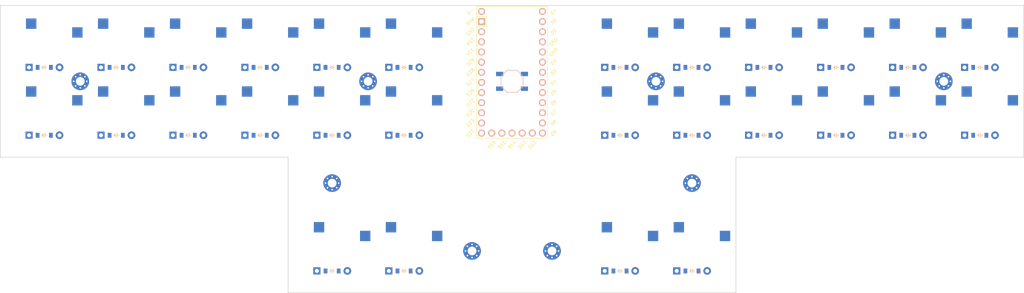
<source format=kicad_pcb>


(kicad_pcb (version 20171130) (host pcbnew 5.1.6)

  (page A3)
  (title_block
    (title "pcb")
    (rev "v1.0.0")
    (company "Unknown")
  )

  (general
    (thickness 1.6)
  )

  (layers
    (0 F.Cu signal)
    (31 B.Cu signal)
    (32 B.Adhes user)
    (33 F.Adhes user)
    (34 B.Paste user)
    (35 F.Paste user)
    (36 B.SilkS user)
    (37 F.SilkS user)
    (38 B.Mask user)
    (39 F.Mask user)
    (40 Dwgs.User user)
    (41 Cmts.User user)
    (42 Eco1.User user)
    (43 Eco2.User user)
    (44 Edge.Cuts user)
    (45 Margin user)
    (46 B.CrtYd user)
    (47 F.CrtYd user)
    (48 B.Fab user)
    (49 F.Fab user)
  )

  (setup
    (last_trace_width 0.25)
    (trace_clearance 0.2)
    (zone_clearance 0.508)
    (zone_45_only no)
    (trace_min 0.2)
    (via_size 0.8)
    (via_drill 0.4)
    (via_min_size 0.4)
    (via_min_drill 0.3)
    (uvia_size 0.3)
    (uvia_drill 0.1)
    (uvias_allowed no)
    (uvia_min_size 0.2)
    (uvia_min_drill 0.1)
    (edge_width 0.05)
    (segment_width 0.2)
    (pcb_text_width 0.3)
    (pcb_text_size 1.5 1.5)
    (mod_edge_width 0.12)
    (mod_text_size 1 1)
    (mod_text_width 0.15)
    (pad_size 1.524 1.524)
    (pad_drill 0.762)
    (pad_to_mask_clearance 0.05)
    (aux_axis_origin 0 0)
    (visible_elements FFFFFF7F)
    (pcbplotparams
      (layerselection 0x010fc_ffffffff)
      (usegerberextensions false)
      (usegerberattributes true)
      (usegerberadvancedattributes true)
      (creategerberjobfile true)
      (excludeedgelayer true)
      (linewidth 0.100000)
      (plotframeref false)
      (viasonmask false)
      (mode 1)
      (useauxorigin false)
      (hpglpennumber 1)
      (hpglpenspeed 20)
      (hpglpendiameter 15.000000)
      (psnegative false)
      (psa4output false)
      (plotreference true)
      (plotvalue true)
      (plotinvisibletext false)
      (padsonsilk false)
      (subtractmaskfromsilk false)
      (outputformat 1)
      (mirror false)
      (drillshape 1)
      (scaleselection 1)
      (outputdirectory ""))
  )

  (net 0 "")
(net 1 "D23")
(net 2 "outer_lbottom")
(net 3 "outer_ltop")
(net 4 "D20")
(net 5 "pinky_lbottom")
(net 6 "pinky_ltop")
(net 7 "D22")
(net 8 "ring_lbottom")
(net 9 "ring_ltop")
(net 10 "D26")
(net 11 "middle_lbottom")
(net 12 "middle_ltop")
(net 13 "D27")
(net 14 "index_lbottom")
(net 15 "index_ltop")
(net 16 "D28")
(net 17 "inner_lbottom")
(net 18 "inner_ltop")
(net 19 "D3")
(net 20 "inner_rbottom")
(net 21 "inner_rtop")
(net 22 "D4")
(net 23 "index_rbottom")
(net 24 "index_rtop")
(net 25 "D5")
(net 26 "middle_rbottom")
(net 27 "middle_rtop")
(net 28 "D6")
(net 29 "ring_rbottom")
(net 30 "ring_rtop")
(net 31 "D7")
(net 32 "pinky_rbottom")
(net 33 "pinky_rtop")
(net 34 "D8")
(net 35 "outer_rbottom")
(net 36 "outer_rtop")
(net 37 "outer_lttop")
(net 38 "inner_lttop")
(net 39 "inner_rttop")
(net 40 "outer_rttop")
(net 41 "D21")
(net 42 "D29")
(net 43 "D9")
(net 44 "D2")
(net 45 "D1")
(net 46 "Dm")
(net 47 "RAW")
(net 48 "GND")
(net 49 "RST")
(net 50 "VCC")
(net 51 "D12")
(net 52 "D13")
(net 53 "D14")
(net 54 "D15")
(net 55 "D16")
(net 56 "Dp")
(net 57 "D0")

  (net_class Default "This is the default net class."
    (clearance 0.2)
    (trace_width 0.25)
    (via_dia 0.8)
    (via_drill 0.4)
    (uvia_dia 0.3)
    (uvia_drill 0.1)
    (add_net "")
(add_net "D23")
(add_net "outer_lbottom")
(add_net "outer_ltop")
(add_net "D20")
(add_net "pinky_lbottom")
(add_net "pinky_ltop")
(add_net "D22")
(add_net "ring_lbottom")
(add_net "ring_ltop")
(add_net "D26")
(add_net "middle_lbottom")
(add_net "middle_ltop")
(add_net "D27")
(add_net "index_lbottom")
(add_net "index_ltop")
(add_net "D28")
(add_net "inner_lbottom")
(add_net "inner_ltop")
(add_net "D3")
(add_net "inner_rbottom")
(add_net "inner_rtop")
(add_net "D4")
(add_net "index_rbottom")
(add_net "index_rtop")
(add_net "D5")
(add_net "middle_rbottom")
(add_net "middle_rtop")
(add_net "D6")
(add_net "ring_rbottom")
(add_net "ring_rtop")
(add_net "D7")
(add_net "pinky_rbottom")
(add_net "pinky_rtop")
(add_net "D8")
(add_net "outer_rbottom")
(add_net "outer_rtop")
(add_net "outer_lttop")
(add_net "inner_lttop")
(add_net "inner_rttop")
(add_net "outer_rttop")
(add_net "D21")
(add_net "D29")
(add_net "D9")
(add_net "D2")
(add_net "D1")
(add_net "Dm")
(add_net "RAW")
(add_net "GND")
(add_net "RST")
(add_net "VCC")
(add_net "D12")
(add_net "D13")
(add_net "D14")
(add_net "D15")
(add_net "D16")
(add_net "Dp")
(add_net "D0")
  )

  
        
      (module PG1350 (layer F.Cu) (tedit 5DD50112)
      (at 100 100 0)

      
      (fp_text reference "S1" (at 0 0) (layer F.SilkS) hide (effects (font (size 1.27 1.27) (thickness 0.15))))
      (fp_text value "" (at 0 0) (layer F.SilkS) hide (effects (font (size 1.27 1.27) (thickness 0.15))))

      
      (fp_line (start -7 -6) (end -7 -7) (layer Dwgs.User) (width 0.15))
      (fp_line (start -7 7) (end -6 7) (layer Dwgs.User) (width 0.15))
      (fp_line (start -6 -7) (end -7 -7) (layer Dwgs.User) (width 0.15))
      (fp_line (start -7 7) (end -7 6) (layer Dwgs.User) (width 0.15))
      (fp_line (start 7 6) (end 7 7) (layer Dwgs.User) (width 0.15))
      (fp_line (start 7 -7) (end 6 -7) (layer Dwgs.User) (width 0.15))
      (fp_line (start 6 7) (end 7 7) (layer Dwgs.User) (width 0.15))
      (fp_line (start 7 -7) (end 7 -6) (layer Dwgs.User) (width 0.15))      
      
      
      (pad "" np_thru_hole circle (at 0 0) (size 3.429 3.429) (drill 3.429) (layers *.Cu *.Mask))
        
      
      (pad "" np_thru_hole circle (at 5.5 0) (size 1.7018 1.7018) (drill 1.7018) (layers *.Cu *.Mask))
      (pad "" np_thru_hole circle (at -5.5 0) (size 1.7018 1.7018) (drill 1.7018) (layers *.Cu *.Mask))
      
        
      
      (fp_line (start -9 -8.5) (end 9 -8.5) (layer Dwgs.User) (width 0.15))
      (fp_line (start 9 -8.5) (end 9 8.5) (layer Dwgs.User) (width 0.15))
      (fp_line (start 9 8.5) (end -9 8.5) (layer Dwgs.User) (width 0.15))
      (fp_line (start -9 8.5) (end -9 -8.5) (layer Dwgs.User) (width 0.15))
      
        
          
          (pad "" np_thru_hole circle (at 5 -3.75) (size 3 3) (drill 3) (layers *.Cu *.Mask))
          (pad "" np_thru_hole circle (at 0 -5.95) (size 3 3) (drill 3) (layers *.Cu *.Mask))
      
          
          (pad 1 smd rect (at -3.275 -5.95 0) (size 2.6 2.6) (layers B.Cu B.Paste B.Mask)  (net 1 "D23"))
          (pad 2 smd rect (at 8.275 -3.75 0) (size 2.6 2.6) (layers B.Cu B.Paste B.Mask)  (net 2 "outer_lbottom"))
        )
        

        
      (module PG1350 (layer F.Cu) (tedit 5DD50112)
      (at 100 83 0)

      
      (fp_text reference "S2" (at 0 0) (layer F.SilkS) hide (effects (font (size 1.27 1.27) (thickness 0.15))))
      (fp_text value "" (at 0 0) (layer F.SilkS) hide (effects (font (size 1.27 1.27) (thickness 0.15))))

      
      (fp_line (start -7 -6) (end -7 -7) (layer Dwgs.User) (width 0.15))
      (fp_line (start -7 7) (end -6 7) (layer Dwgs.User) (width 0.15))
      (fp_line (start -6 -7) (end -7 -7) (layer Dwgs.User) (width 0.15))
      (fp_line (start -7 7) (end -7 6) (layer Dwgs.User) (width 0.15))
      (fp_line (start 7 6) (end 7 7) (layer Dwgs.User) (width 0.15))
      (fp_line (start 7 -7) (end 6 -7) (layer Dwgs.User) (width 0.15))
      (fp_line (start 6 7) (end 7 7) (layer Dwgs.User) (width 0.15))
      (fp_line (start 7 -7) (end 7 -6) (layer Dwgs.User) (width 0.15))      
      
      
      (pad "" np_thru_hole circle (at 0 0) (size 3.429 3.429) (drill 3.429) (layers *.Cu *.Mask))
        
      
      (pad "" np_thru_hole circle (at 5.5 0) (size 1.7018 1.7018) (drill 1.7018) (layers *.Cu *.Mask))
      (pad "" np_thru_hole circle (at -5.5 0) (size 1.7018 1.7018) (drill 1.7018) (layers *.Cu *.Mask))
      
        
      
      (fp_line (start -9 -8.5) (end 9 -8.5) (layer Dwgs.User) (width 0.15))
      (fp_line (start 9 -8.5) (end 9 8.5) (layer Dwgs.User) (width 0.15))
      (fp_line (start 9 8.5) (end -9 8.5) (layer Dwgs.User) (width 0.15))
      (fp_line (start -9 8.5) (end -9 -8.5) (layer Dwgs.User) (width 0.15))
      
        
          
          (pad "" np_thru_hole circle (at 5 -3.75) (size 3 3) (drill 3) (layers *.Cu *.Mask))
          (pad "" np_thru_hole circle (at 0 -5.95) (size 3 3) (drill 3) (layers *.Cu *.Mask))
      
          
          (pad 1 smd rect (at -3.275 -5.95 0) (size 2.6 2.6) (layers B.Cu B.Paste B.Mask)  (net 1 "D23"))
          (pad 2 smd rect (at 8.275 -3.75 0) (size 2.6 2.6) (layers B.Cu B.Paste B.Mask)  (net 3 "outer_ltop"))
        )
        

        
      (module PG1350 (layer F.Cu) (tedit 5DD50112)
      (at 118 100 0)

      
      (fp_text reference "S3" (at 0 0) (layer F.SilkS) hide (effects (font (size 1.27 1.27) (thickness 0.15))))
      (fp_text value "" (at 0 0) (layer F.SilkS) hide (effects (font (size 1.27 1.27) (thickness 0.15))))

      
      (fp_line (start -7 -6) (end -7 -7) (layer Dwgs.User) (width 0.15))
      (fp_line (start -7 7) (end -6 7) (layer Dwgs.User) (width 0.15))
      (fp_line (start -6 -7) (end -7 -7) (layer Dwgs.User) (width 0.15))
      (fp_line (start -7 7) (end -7 6) (layer Dwgs.User) (width 0.15))
      (fp_line (start 7 6) (end 7 7) (layer Dwgs.User) (width 0.15))
      (fp_line (start 7 -7) (end 6 -7) (layer Dwgs.User) (width 0.15))
      (fp_line (start 6 7) (end 7 7) (layer Dwgs.User) (width 0.15))
      (fp_line (start 7 -7) (end 7 -6) (layer Dwgs.User) (width 0.15))      
      
      
      (pad "" np_thru_hole circle (at 0 0) (size 3.429 3.429) (drill 3.429) (layers *.Cu *.Mask))
        
      
      (pad "" np_thru_hole circle (at 5.5 0) (size 1.7018 1.7018) (drill 1.7018) (layers *.Cu *.Mask))
      (pad "" np_thru_hole circle (at -5.5 0) (size 1.7018 1.7018) (drill 1.7018) (layers *.Cu *.Mask))
      
        
      
      (fp_line (start -9 -8.5) (end 9 -8.5) (layer Dwgs.User) (width 0.15))
      (fp_line (start 9 -8.5) (end 9 8.5) (layer Dwgs.User) (width 0.15))
      (fp_line (start 9 8.5) (end -9 8.5) (layer Dwgs.User) (width 0.15))
      (fp_line (start -9 8.5) (end -9 -8.5) (layer Dwgs.User) (width 0.15))
      
        
          
          (pad "" np_thru_hole circle (at 5 -3.75) (size 3 3) (drill 3) (layers *.Cu *.Mask))
          (pad "" np_thru_hole circle (at 0 -5.95) (size 3 3) (drill 3) (layers *.Cu *.Mask))
      
          
          (pad 1 smd rect (at -3.275 -5.95 0) (size 2.6 2.6) (layers B.Cu B.Paste B.Mask)  (net 4 "D20"))
          (pad 2 smd rect (at 8.275 -3.75 0) (size 2.6 2.6) (layers B.Cu B.Paste B.Mask)  (net 5 "pinky_lbottom"))
        )
        

        
      (module PG1350 (layer F.Cu) (tedit 5DD50112)
      (at 118 83 0)

      
      (fp_text reference "S4" (at 0 0) (layer F.SilkS) hide (effects (font (size 1.27 1.27) (thickness 0.15))))
      (fp_text value "" (at 0 0) (layer F.SilkS) hide (effects (font (size 1.27 1.27) (thickness 0.15))))

      
      (fp_line (start -7 -6) (end -7 -7) (layer Dwgs.User) (width 0.15))
      (fp_line (start -7 7) (end -6 7) (layer Dwgs.User) (width 0.15))
      (fp_line (start -6 -7) (end -7 -7) (layer Dwgs.User) (width 0.15))
      (fp_line (start -7 7) (end -7 6) (layer Dwgs.User) (width 0.15))
      (fp_line (start 7 6) (end 7 7) (layer Dwgs.User) (width 0.15))
      (fp_line (start 7 -7) (end 6 -7) (layer Dwgs.User) (width 0.15))
      (fp_line (start 6 7) (end 7 7) (layer Dwgs.User) (width 0.15))
      (fp_line (start 7 -7) (end 7 -6) (layer Dwgs.User) (width 0.15))      
      
      
      (pad "" np_thru_hole circle (at 0 0) (size 3.429 3.429) (drill 3.429) (layers *.Cu *.Mask))
        
      
      (pad "" np_thru_hole circle (at 5.5 0) (size 1.7018 1.7018) (drill 1.7018) (layers *.Cu *.Mask))
      (pad "" np_thru_hole circle (at -5.5 0) (size 1.7018 1.7018) (drill 1.7018) (layers *.Cu *.Mask))
      
        
      
      (fp_line (start -9 -8.5) (end 9 -8.5) (layer Dwgs.User) (width 0.15))
      (fp_line (start 9 -8.5) (end 9 8.5) (layer Dwgs.User) (width 0.15))
      (fp_line (start 9 8.5) (end -9 8.5) (layer Dwgs.User) (width 0.15))
      (fp_line (start -9 8.5) (end -9 -8.5) (layer Dwgs.User) (width 0.15))
      
        
          
          (pad "" np_thru_hole circle (at 5 -3.75) (size 3 3) (drill 3) (layers *.Cu *.Mask))
          (pad "" np_thru_hole circle (at 0 -5.95) (size 3 3) (drill 3) (layers *.Cu *.Mask))
      
          
          (pad 1 smd rect (at -3.275 -5.95 0) (size 2.6 2.6) (layers B.Cu B.Paste B.Mask)  (net 4 "D20"))
          (pad 2 smd rect (at 8.275 -3.75 0) (size 2.6 2.6) (layers B.Cu B.Paste B.Mask)  (net 6 "pinky_ltop"))
        )
        

        
      (module PG1350 (layer F.Cu) (tedit 5DD50112)
      (at 136 100 0)

      
      (fp_text reference "S5" (at 0 0) (layer F.SilkS) hide (effects (font (size 1.27 1.27) (thickness 0.15))))
      (fp_text value "" (at 0 0) (layer F.SilkS) hide (effects (font (size 1.27 1.27) (thickness 0.15))))

      
      (fp_line (start -7 -6) (end -7 -7) (layer Dwgs.User) (width 0.15))
      (fp_line (start -7 7) (end -6 7) (layer Dwgs.User) (width 0.15))
      (fp_line (start -6 -7) (end -7 -7) (layer Dwgs.User) (width 0.15))
      (fp_line (start -7 7) (end -7 6) (layer Dwgs.User) (width 0.15))
      (fp_line (start 7 6) (end 7 7) (layer Dwgs.User) (width 0.15))
      (fp_line (start 7 -7) (end 6 -7) (layer Dwgs.User) (width 0.15))
      (fp_line (start 6 7) (end 7 7) (layer Dwgs.User) (width 0.15))
      (fp_line (start 7 -7) (end 7 -6) (layer Dwgs.User) (width 0.15))      
      
      
      (pad "" np_thru_hole circle (at 0 0) (size 3.429 3.429) (drill 3.429) (layers *.Cu *.Mask))
        
      
      (pad "" np_thru_hole circle (at 5.5 0) (size 1.7018 1.7018) (drill 1.7018) (layers *.Cu *.Mask))
      (pad "" np_thru_hole circle (at -5.5 0) (size 1.7018 1.7018) (drill 1.7018) (layers *.Cu *.Mask))
      
        
      
      (fp_line (start -9 -8.5) (end 9 -8.5) (layer Dwgs.User) (width 0.15))
      (fp_line (start 9 -8.5) (end 9 8.5) (layer Dwgs.User) (width 0.15))
      (fp_line (start 9 8.5) (end -9 8.5) (layer Dwgs.User) (width 0.15))
      (fp_line (start -9 8.5) (end -9 -8.5) (layer Dwgs.User) (width 0.15))
      
        
          
          (pad "" np_thru_hole circle (at 5 -3.75) (size 3 3) (drill 3) (layers *.Cu *.Mask))
          (pad "" np_thru_hole circle (at 0 -5.95) (size 3 3) (drill 3) (layers *.Cu *.Mask))
      
          
          (pad 1 smd rect (at -3.275 -5.95 0) (size 2.6 2.6) (layers B.Cu B.Paste B.Mask)  (net 7 "D22"))
          (pad 2 smd rect (at 8.275 -3.75 0) (size 2.6 2.6) (layers B.Cu B.Paste B.Mask)  (net 8 "ring_lbottom"))
        )
        

        
      (module PG1350 (layer F.Cu) (tedit 5DD50112)
      (at 136 83 0)

      
      (fp_text reference "S6" (at 0 0) (layer F.SilkS) hide (effects (font (size 1.27 1.27) (thickness 0.15))))
      (fp_text value "" (at 0 0) (layer F.SilkS) hide (effects (font (size 1.27 1.27) (thickness 0.15))))

      
      (fp_line (start -7 -6) (end -7 -7) (layer Dwgs.User) (width 0.15))
      (fp_line (start -7 7) (end -6 7) (layer Dwgs.User) (width 0.15))
      (fp_line (start -6 -7) (end -7 -7) (layer Dwgs.User) (width 0.15))
      (fp_line (start -7 7) (end -7 6) (layer Dwgs.User) (width 0.15))
      (fp_line (start 7 6) (end 7 7) (layer Dwgs.User) (width 0.15))
      (fp_line (start 7 -7) (end 6 -7) (layer Dwgs.User) (width 0.15))
      (fp_line (start 6 7) (end 7 7) (layer Dwgs.User) (width 0.15))
      (fp_line (start 7 -7) (end 7 -6) (layer Dwgs.User) (width 0.15))      
      
      
      (pad "" np_thru_hole circle (at 0 0) (size 3.429 3.429) (drill 3.429) (layers *.Cu *.Mask))
        
      
      (pad "" np_thru_hole circle (at 5.5 0) (size 1.7018 1.7018) (drill 1.7018) (layers *.Cu *.Mask))
      (pad "" np_thru_hole circle (at -5.5 0) (size 1.7018 1.7018) (drill 1.7018) (layers *.Cu *.Mask))
      
        
      
      (fp_line (start -9 -8.5) (end 9 -8.5) (layer Dwgs.User) (width 0.15))
      (fp_line (start 9 -8.5) (end 9 8.5) (layer Dwgs.User) (width 0.15))
      (fp_line (start 9 8.5) (end -9 8.5) (layer Dwgs.User) (width 0.15))
      (fp_line (start -9 8.5) (end -9 -8.5) (layer Dwgs.User) (width 0.15))
      
        
          
          (pad "" np_thru_hole circle (at 5 -3.75) (size 3 3) (drill 3) (layers *.Cu *.Mask))
          (pad "" np_thru_hole circle (at 0 -5.95) (size 3 3) (drill 3) (layers *.Cu *.Mask))
      
          
          (pad 1 smd rect (at -3.275 -5.95 0) (size 2.6 2.6) (layers B.Cu B.Paste B.Mask)  (net 7 "D22"))
          (pad 2 smd rect (at 8.275 -3.75 0) (size 2.6 2.6) (layers B.Cu B.Paste B.Mask)  (net 9 "ring_ltop"))
        )
        

        
      (module PG1350 (layer F.Cu) (tedit 5DD50112)
      (at 154 100 0)

      
      (fp_text reference "S7" (at 0 0) (layer F.SilkS) hide (effects (font (size 1.27 1.27) (thickness 0.15))))
      (fp_text value "" (at 0 0) (layer F.SilkS) hide (effects (font (size 1.27 1.27) (thickness 0.15))))

      
      (fp_line (start -7 -6) (end -7 -7) (layer Dwgs.User) (width 0.15))
      (fp_line (start -7 7) (end -6 7) (layer Dwgs.User) (width 0.15))
      (fp_line (start -6 -7) (end -7 -7) (layer Dwgs.User) (width 0.15))
      (fp_line (start -7 7) (end -7 6) (layer Dwgs.User) (width 0.15))
      (fp_line (start 7 6) (end 7 7) (layer Dwgs.User) (width 0.15))
      (fp_line (start 7 -7) (end 6 -7) (layer Dwgs.User) (width 0.15))
      (fp_line (start 6 7) (end 7 7) (layer Dwgs.User) (width 0.15))
      (fp_line (start 7 -7) (end 7 -6) (layer Dwgs.User) (width 0.15))      
      
      
      (pad "" np_thru_hole circle (at 0 0) (size 3.429 3.429) (drill 3.429) (layers *.Cu *.Mask))
        
      
      (pad "" np_thru_hole circle (at 5.5 0) (size 1.7018 1.7018) (drill 1.7018) (layers *.Cu *.Mask))
      (pad "" np_thru_hole circle (at -5.5 0) (size 1.7018 1.7018) (drill 1.7018) (layers *.Cu *.Mask))
      
        
      
      (fp_line (start -9 -8.5) (end 9 -8.5) (layer Dwgs.User) (width 0.15))
      (fp_line (start 9 -8.5) (end 9 8.5) (layer Dwgs.User) (width 0.15))
      (fp_line (start 9 8.5) (end -9 8.5) (layer Dwgs.User) (width 0.15))
      (fp_line (start -9 8.5) (end -9 -8.5) (layer Dwgs.User) (width 0.15))
      
        
          
          (pad "" np_thru_hole circle (at 5 -3.75) (size 3 3) (drill 3) (layers *.Cu *.Mask))
          (pad "" np_thru_hole circle (at 0 -5.95) (size 3 3) (drill 3) (layers *.Cu *.Mask))
      
          
          (pad 1 smd rect (at -3.275 -5.95 0) (size 2.6 2.6) (layers B.Cu B.Paste B.Mask)  (net 10 "D26"))
          (pad 2 smd rect (at 8.275 -3.75 0) (size 2.6 2.6) (layers B.Cu B.Paste B.Mask)  (net 11 "middle_lbottom"))
        )
        

        
      (module PG1350 (layer F.Cu) (tedit 5DD50112)
      (at 154 83 0)

      
      (fp_text reference "S8" (at 0 0) (layer F.SilkS) hide (effects (font (size 1.27 1.27) (thickness 0.15))))
      (fp_text value "" (at 0 0) (layer F.SilkS) hide (effects (font (size 1.27 1.27) (thickness 0.15))))

      
      (fp_line (start -7 -6) (end -7 -7) (layer Dwgs.User) (width 0.15))
      (fp_line (start -7 7) (end -6 7) (layer Dwgs.User) (width 0.15))
      (fp_line (start -6 -7) (end -7 -7) (layer Dwgs.User) (width 0.15))
      (fp_line (start -7 7) (end -7 6) (layer Dwgs.User) (width 0.15))
      (fp_line (start 7 6) (end 7 7) (layer Dwgs.User) (width 0.15))
      (fp_line (start 7 -7) (end 6 -7) (layer Dwgs.User) (width 0.15))
      (fp_line (start 6 7) (end 7 7) (layer Dwgs.User) (width 0.15))
      (fp_line (start 7 -7) (end 7 -6) (layer Dwgs.User) (width 0.15))      
      
      
      (pad "" np_thru_hole circle (at 0 0) (size 3.429 3.429) (drill 3.429) (layers *.Cu *.Mask))
        
      
      (pad "" np_thru_hole circle (at 5.5 0) (size 1.7018 1.7018) (drill 1.7018) (layers *.Cu *.Mask))
      (pad "" np_thru_hole circle (at -5.5 0) (size 1.7018 1.7018) (drill 1.7018) (layers *.Cu *.Mask))
      
        
      
      (fp_line (start -9 -8.5) (end 9 -8.5) (layer Dwgs.User) (width 0.15))
      (fp_line (start 9 -8.5) (end 9 8.5) (layer Dwgs.User) (width 0.15))
      (fp_line (start 9 8.5) (end -9 8.5) (layer Dwgs.User) (width 0.15))
      (fp_line (start -9 8.5) (end -9 -8.5) (layer Dwgs.User) (width 0.15))
      
        
          
          (pad "" np_thru_hole circle (at 5 -3.75) (size 3 3) (drill 3) (layers *.Cu *.Mask))
          (pad "" np_thru_hole circle (at 0 -5.95) (size 3 3) (drill 3) (layers *.Cu *.Mask))
      
          
          (pad 1 smd rect (at -3.275 -5.95 0) (size 2.6 2.6) (layers B.Cu B.Paste B.Mask)  (net 10 "D26"))
          (pad 2 smd rect (at 8.275 -3.75 0) (size 2.6 2.6) (layers B.Cu B.Paste B.Mask)  (net 12 "middle_ltop"))
        )
        

        
      (module PG1350 (layer F.Cu) (tedit 5DD50112)
      (at 172 100 0)

      
      (fp_text reference "S9" (at 0 0) (layer F.SilkS) hide (effects (font (size 1.27 1.27) (thickness 0.15))))
      (fp_text value "" (at 0 0) (layer F.SilkS) hide (effects (font (size 1.27 1.27) (thickness 0.15))))

      
      (fp_line (start -7 -6) (end -7 -7) (layer Dwgs.User) (width 0.15))
      (fp_line (start -7 7) (end -6 7) (layer Dwgs.User) (width 0.15))
      (fp_line (start -6 -7) (end -7 -7) (layer Dwgs.User) (width 0.15))
      (fp_line (start -7 7) (end -7 6) (layer Dwgs.User) (width 0.15))
      (fp_line (start 7 6) (end 7 7) (layer Dwgs.User) (width 0.15))
      (fp_line (start 7 -7) (end 6 -7) (layer Dwgs.User) (width 0.15))
      (fp_line (start 6 7) (end 7 7) (layer Dwgs.User) (width 0.15))
      (fp_line (start 7 -7) (end 7 -6) (layer Dwgs.User) (width 0.15))      
      
      
      (pad "" np_thru_hole circle (at 0 0) (size 3.429 3.429) (drill 3.429) (layers *.Cu *.Mask))
        
      
      (pad "" np_thru_hole circle (at 5.5 0) (size 1.7018 1.7018) (drill 1.7018) (layers *.Cu *.Mask))
      (pad "" np_thru_hole circle (at -5.5 0) (size 1.7018 1.7018) (drill 1.7018) (layers *.Cu *.Mask))
      
        
      
      (fp_line (start -9 -8.5) (end 9 -8.5) (layer Dwgs.User) (width 0.15))
      (fp_line (start 9 -8.5) (end 9 8.5) (layer Dwgs.User) (width 0.15))
      (fp_line (start 9 8.5) (end -9 8.5) (layer Dwgs.User) (width 0.15))
      (fp_line (start -9 8.5) (end -9 -8.5) (layer Dwgs.User) (width 0.15))
      
        
          
          (pad "" np_thru_hole circle (at 5 -3.75) (size 3 3) (drill 3) (layers *.Cu *.Mask))
          (pad "" np_thru_hole circle (at 0 -5.95) (size 3 3) (drill 3) (layers *.Cu *.Mask))
      
          
          (pad 1 smd rect (at -3.275 -5.95 0) (size 2.6 2.6) (layers B.Cu B.Paste B.Mask)  (net 13 "D27"))
          (pad 2 smd rect (at 8.275 -3.75 0) (size 2.6 2.6) (layers B.Cu B.Paste B.Mask)  (net 14 "index_lbottom"))
        )
        

        
      (module PG1350 (layer F.Cu) (tedit 5DD50112)
      (at 172 83 0)

      
      (fp_text reference "S10" (at 0 0) (layer F.SilkS) hide (effects (font (size 1.27 1.27) (thickness 0.15))))
      (fp_text value "" (at 0 0) (layer F.SilkS) hide (effects (font (size 1.27 1.27) (thickness 0.15))))

      
      (fp_line (start -7 -6) (end -7 -7) (layer Dwgs.User) (width 0.15))
      (fp_line (start -7 7) (end -6 7) (layer Dwgs.User) (width 0.15))
      (fp_line (start -6 -7) (end -7 -7) (layer Dwgs.User) (width 0.15))
      (fp_line (start -7 7) (end -7 6) (layer Dwgs.User) (width 0.15))
      (fp_line (start 7 6) (end 7 7) (layer Dwgs.User) (width 0.15))
      (fp_line (start 7 -7) (end 6 -7) (layer Dwgs.User) (width 0.15))
      (fp_line (start 6 7) (end 7 7) (layer Dwgs.User) (width 0.15))
      (fp_line (start 7 -7) (end 7 -6) (layer Dwgs.User) (width 0.15))      
      
      
      (pad "" np_thru_hole circle (at 0 0) (size 3.429 3.429) (drill 3.429) (layers *.Cu *.Mask))
        
      
      (pad "" np_thru_hole circle (at 5.5 0) (size 1.7018 1.7018) (drill 1.7018) (layers *.Cu *.Mask))
      (pad "" np_thru_hole circle (at -5.5 0) (size 1.7018 1.7018) (drill 1.7018) (layers *.Cu *.Mask))
      
        
      
      (fp_line (start -9 -8.5) (end 9 -8.5) (layer Dwgs.User) (width 0.15))
      (fp_line (start 9 -8.5) (end 9 8.5) (layer Dwgs.User) (width 0.15))
      (fp_line (start 9 8.5) (end -9 8.5) (layer Dwgs.User) (width 0.15))
      (fp_line (start -9 8.5) (end -9 -8.5) (layer Dwgs.User) (width 0.15))
      
        
          
          (pad "" np_thru_hole circle (at 5 -3.75) (size 3 3) (drill 3) (layers *.Cu *.Mask))
          (pad "" np_thru_hole circle (at 0 -5.95) (size 3 3) (drill 3) (layers *.Cu *.Mask))
      
          
          (pad 1 smd rect (at -3.275 -5.95 0) (size 2.6 2.6) (layers B.Cu B.Paste B.Mask)  (net 13 "D27"))
          (pad 2 smd rect (at 8.275 -3.75 0) (size 2.6 2.6) (layers B.Cu B.Paste B.Mask)  (net 15 "index_ltop"))
        )
        

        
      (module PG1350 (layer F.Cu) (tedit 5DD50112)
      (at 190 100 0)

      
      (fp_text reference "S11" (at 0 0) (layer F.SilkS) hide (effects (font (size 1.27 1.27) (thickness 0.15))))
      (fp_text value "" (at 0 0) (layer F.SilkS) hide (effects (font (size 1.27 1.27) (thickness 0.15))))

      
      (fp_line (start -7 -6) (end -7 -7) (layer Dwgs.User) (width 0.15))
      (fp_line (start -7 7) (end -6 7) (layer Dwgs.User) (width 0.15))
      (fp_line (start -6 -7) (end -7 -7) (layer Dwgs.User) (width 0.15))
      (fp_line (start -7 7) (end -7 6) (layer Dwgs.User) (width 0.15))
      (fp_line (start 7 6) (end 7 7) (layer Dwgs.User) (width 0.15))
      (fp_line (start 7 -7) (end 6 -7) (layer Dwgs.User) (width 0.15))
      (fp_line (start 6 7) (end 7 7) (layer Dwgs.User) (width 0.15))
      (fp_line (start 7 -7) (end 7 -6) (layer Dwgs.User) (width 0.15))      
      
      
      (pad "" np_thru_hole circle (at 0 0) (size 3.429 3.429) (drill 3.429) (layers *.Cu *.Mask))
        
      
      (pad "" np_thru_hole circle (at 5.5 0) (size 1.7018 1.7018) (drill 1.7018) (layers *.Cu *.Mask))
      (pad "" np_thru_hole circle (at -5.5 0) (size 1.7018 1.7018) (drill 1.7018) (layers *.Cu *.Mask))
      
        
      
      (fp_line (start -9 -8.5) (end 9 -8.5) (layer Dwgs.User) (width 0.15))
      (fp_line (start 9 -8.5) (end 9 8.5) (layer Dwgs.User) (width 0.15))
      (fp_line (start 9 8.5) (end -9 8.5) (layer Dwgs.User) (width 0.15))
      (fp_line (start -9 8.5) (end -9 -8.5) (layer Dwgs.User) (width 0.15))
      
        
          
          (pad "" np_thru_hole circle (at 5 -3.75) (size 3 3) (drill 3) (layers *.Cu *.Mask))
          (pad "" np_thru_hole circle (at 0 -5.95) (size 3 3) (drill 3) (layers *.Cu *.Mask))
      
          
          (pad 1 smd rect (at -3.275 -5.95 0) (size 2.6 2.6) (layers B.Cu B.Paste B.Mask)  (net 16 "D28"))
          (pad 2 smd rect (at 8.275 -3.75 0) (size 2.6 2.6) (layers B.Cu B.Paste B.Mask)  (net 17 "inner_lbottom"))
        )
        

        
      (module PG1350 (layer F.Cu) (tedit 5DD50112)
      (at 190 83 0)

      
      (fp_text reference "S12" (at 0 0) (layer F.SilkS) hide (effects (font (size 1.27 1.27) (thickness 0.15))))
      (fp_text value "" (at 0 0) (layer F.SilkS) hide (effects (font (size 1.27 1.27) (thickness 0.15))))

      
      (fp_line (start -7 -6) (end -7 -7) (layer Dwgs.User) (width 0.15))
      (fp_line (start -7 7) (end -6 7) (layer Dwgs.User) (width 0.15))
      (fp_line (start -6 -7) (end -7 -7) (layer Dwgs.User) (width 0.15))
      (fp_line (start -7 7) (end -7 6) (layer Dwgs.User) (width 0.15))
      (fp_line (start 7 6) (end 7 7) (layer Dwgs.User) (width 0.15))
      (fp_line (start 7 -7) (end 6 -7) (layer Dwgs.User) (width 0.15))
      (fp_line (start 6 7) (end 7 7) (layer Dwgs.User) (width 0.15))
      (fp_line (start 7 -7) (end 7 -6) (layer Dwgs.User) (width 0.15))      
      
      
      (pad "" np_thru_hole circle (at 0 0) (size 3.429 3.429) (drill 3.429) (layers *.Cu *.Mask))
        
      
      (pad "" np_thru_hole circle (at 5.5 0) (size 1.7018 1.7018) (drill 1.7018) (layers *.Cu *.Mask))
      (pad "" np_thru_hole circle (at -5.5 0) (size 1.7018 1.7018) (drill 1.7018) (layers *.Cu *.Mask))
      
        
      
      (fp_line (start -9 -8.5) (end 9 -8.5) (layer Dwgs.User) (width 0.15))
      (fp_line (start 9 -8.5) (end 9 8.5) (layer Dwgs.User) (width 0.15))
      (fp_line (start 9 8.5) (end -9 8.5) (layer Dwgs.User) (width 0.15))
      (fp_line (start -9 8.5) (end -9 -8.5) (layer Dwgs.User) (width 0.15))
      
        
          
          (pad "" np_thru_hole circle (at 5 -3.75) (size 3 3) (drill 3) (layers *.Cu *.Mask))
          (pad "" np_thru_hole circle (at 0 -5.95) (size 3 3) (drill 3) (layers *.Cu *.Mask))
      
          
          (pad 1 smd rect (at -3.275 -5.95 0) (size 2.6 2.6) (layers B.Cu B.Paste B.Mask)  (net 16 "D28"))
          (pad 2 smd rect (at 8.275 -3.75 0) (size 2.6 2.6) (layers B.Cu B.Paste B.Mask)  (net 18 "inner_ltop"))
        )
        

        
      (module PG1350 (layer F.Cu) (tedit 5DD50112)
      (at 244 100 0)

      
      (fp_text reference "S13" (at 0 0) (layer F.SilkS) hide (effects (font (size 1.27 1.27) (thickness 0.15))))
      (fp_text value "" (at 0 0) (layer F.SilkS) hide (effects (font (size 1.27 1.27) (thickness 0.15))))

      
      (fp_line (start -7 -6) (end -7 -7) (layer Dwgs.User) (width 0.15))
      (fp_line (start -7 7) (end -6 7) (layer Dwgs.User) (width 0.15))
      (fp_line (start -6 -7) (end -7 -7) (layer Dwgs.User) (width 0.15))
      (fp_line (start -7 7) (end -7 6) (layer Dwgs.User) (width 0.15))
      (fp_line (start 7 6) (end 7 7) (layer Dwgs.User) (width 0.15))
      (fp_line (start 7 -7) (end 6 -7) (layer Dwgs.User) (width 0.15))
      (fp_line (start 6 7) (end 7 7) (layer Dwgs.User) (width 0.15))
      (fp_line (start 7 -7) (end 7 -6) (layer Dwgs.User) (width 0.15))      
      
      
      (pad "" np_thru_hole circle (at 0 0) (size 3.429 3.429) (drill 3.429) (layers *.Cu *.Mask))
        
      
      (pad "" np_thru_hole circle (at 5.5 0) (size 1.7018 1.7018) (drill 1.7018) (layers *.Cu *.Mask))
      (pad "" np_thru_hole circle (at -5.5 0) (size 1.7018 1.7018) (drill 1.7018) (layers *.Cu *.Mask))
      
        
      
      (fp_line (start -9 -8.5) (end 9 -8.5) (layer Dwgs.User) (width 0.15))
      (fp_line (start 9 -8.5) (end 9 8.5) (layer Dwgs.User) (width 0.15))
      (fp_line (start 9 8.5) (end -9 8.5) (layer Dwgs.User) (width 0.15))
      (fp_line (start -9 8.5) (end -9 -8.5) (layer Dwgs.User) (width 0.15))
      
        
          
          (pad "" np_thru_hole circle (at 5 -3.75) (size 3 3) (drill 3) (layers *.Cu *.Mask))
          (pad "" np_thru_hole circle (at 0 -5.95) (size 3 3) (drill 3) (layers *.Cu *.Mask))
      
          
          (pad 1 smd rect (at -3.275 -5.95 0) (size 2.6 2.6) (layers B.Cu B.Paste B.Mask)  (net 19 "D3"))
          (pad 2 smd rect (at 8.275 -3.75 0) (size 2.6 2.6) (layers B.Cu B.Paste B.Mask)  (net 20 "inner_rbottom"))
        )
        

        
      (module PG1350 (layer F.Cu) (tedit 5DD50112)
      (at 244 83 0)

      
      (fp_text reference "S14" (at 0 0) (layer F.SilkS) hide (effects (font (size 1.27 1.27) (thickness 0.15))))
      (fp_text value "" (at 0 0) (layer F.SilkS) hide (effects (font (size 1.27 1.27) (thickness 0.15))))

      
      (fp_line (start -7 -6) (end -7 -7) (layer Dwgs.User) (width 0.15))
      (fp_line (start -7 7) (end -6 7) (layer Dwgs.User) (width 0.15))
      (fp_line (start -6 -7) (end -7 -7) (layer Dwgs.User) (width 0.15))
      (fp_line (start -7 7) (end -7 6) (layer Dwgs.User) (width 0.15))
      (fp_line (start 7 6) (end 7 7) (layer Dwgs.User) (width 0.15))
      (fp_line (start 7 -7) (end 6 -7) (layer Dwgs.User) (width 0.15))
      (fp_line (start 6 7) (end 7 7) (layer Dwgs.User) (width 0.15))
      (fp_line (start 7 -7) (end 7 -6) (layer Dwgs.User) (width 0.15))      
      
      
      (pad "" np_thru_hole circle (at 0 0) (size 3.429 3.429) (drill 3.429) (layers *.Cu *.Mask))
        
      
      (pad "" np_thru_hole circle (at 5.5 0) (size 1.7018 1.7018) (drill 1.7018) (layers *.Cu *.Mask))
      (pad "" np_thru_hole circle (at -5.5 0) (size 1.7018 1.7018) (drill 1.7018) (layers *.Cu *.Mask))
      
        
      
      (fp_line (start -9 -8.5) (end 9 -8.5) (layer Dwgs.User) (width 0.15))
      (fp_line (start 9 -8.5) (end 9 8.5) (layer Dwgs.User) (width 0.15))
      (fp_line (start 9 8.5) (end -9 8.5) (layer Dwgs.User) (width 0.15))
      (fp_line (start -9 8.5) (end -9 -8.5) (layer Dwgs.User) (width 0.15))
      
        
          
          (pad "" np_thru_hole circle (at 5 -3.75) (size 3 3) (drill 3) (layers *.Cu *.Mask))
          (pad "" np_thru_hole circle (at 0 -5.95) (size 3 3) (drill 3) (layers *.Cu *.Mask))
      
          
          (pad 1 smd rect (at -3.275 -5.95 0) (size 2.6 2.6) (layers B.Cu B.Paste B.Mask)  (net 19 "D3"))
          (pad 2 smd rect (at 8.275 -3.75 0) (size 2.6 2.6) (layers B.Cu B.Paste B.Mask)  (net 21 "inner_rtop"))
        )
        

        
      (module PG1350 (layer F.Cu) (tedit 5DD50112)
      (at 262 100 0)

      
      (fp_text reference "S15" (at 0 0) (layer F.SilkS) hide (effects (font (size 1.27 1.27) (thickness 0.15))))
      (fp_text value "" (at 0 0) (layer F.SilkS) hide (effects (font (size 1.27 1.27) (thickness 0.15))))

      
      (fp_line (start -7 -6) (end -7 -7) (layer Dwgs.User) (width 0.15))
      (fp_line (start -7 7) (end -6 7) (layer Dwgs.User) (width 0.15))
      (fp_line (start -6 -7) (end -7 -7) (layer Dwgs.User) (width 0.15))
      (fp_line (start -7 7) (end -7 6) (layer Dwgs.User) (width 0.15))
      (fp_line (start 7 6) (end 7 7) (layer Dwgs.User) (width 0.15))
      (fp_line (start 7 -7) (end 6 -7) (layer Dwgs.User) (width 0.15))
      (fp_line (start 6 7) (end 7 7) (layer Dwgs.User) (width 0.15))
      (fp_line (start 7 -7) (end 7 -6) (layer Dwgs.User) (width 0.15))      
      
      
      (pad "" np_thru_hole circle (at 0 0) (size 3.429 3.429) (drill 3.429) (layers *.Cu *.Mask))
        
      
      (pad "" np_thru_hole circle (at 5.5 0) (size 1.7018 1.7018) (drill 1.7018) (layers *.Cu *.Mask))
      (pad "" np_thru_hole circle (at -5.5 0) (size 1.7018 1.7018) (drill 1.7018) (layers *.Cu *.Mask))
      
        
      
      (fp_line (start -9 -8.5) (end 9 -8.5) (layer Dwgs.User) (width 0.15))
      (fp_line (start 9 -8.5) (end 9 8.5) (layer Dwgs.User) (width 0.15))
      (fp_line (start 9 8.5) (end -9 8.5) (layer Dwgs.User) (width 0.15))
      (fp_line (start -9 8.5) (end -9 -8.5) (layer Dwgs.User) (width 0.15))
      
        
          
          (pad "" np_thru_hole circle (at 5 -3.75) (size 3 3) (drill 3) (layers *.Cu *.Mask))
          (pad "" np_thru_hole circle (at 0 -5.95) (size 3 3) (drill 3) (layers *.Cu *.Mask))
      
          
          (pad 1 smd rect (at -3.275 -5.95 0) (size 2.6 2.6) (layers B.Cu B.Paste B.Mask)  (net 22 "D4"))
          (pad 2 smd rect (at 8.275 -3.75 0) (size 2.6 2.6) (layers B.Cu B.Paste B.Mask)  (net 23 "index_rbottom"))
        )
        

        
      (module PG1350 (layer F.Cu) (tedit 5DD50112)
      (at 262 83 0)

      
      (fp_text reference "S16" (at 0 0) (layer F.SilkS) hide (effects (font (size 1.27 1.27) (thickness 0.15))))
      (fp_text value "" (at 0 0) (layer F.SilkS) hide (effects (font (size 1.27 1.27) (thickness 0.15))))

      
      (fp_line (start -7 -6) (end -7 -7) (layer Dwgs.User) (width 0.15))
      (fp_line (start -7 7) (end -6 7) (layer Dwgs.User) (width 0.15))
      (fp_line (start -6 -7) (end -7 -7) (layer Dwgs.User) (width 0.15))
      (fp_line (start -7 7) (end -7 6) (layer Dwgs.User) (width 0.15))
      (fp_line (start 7 6) (end 7 7) (layer Dwgs.User) (width 0.15))
      (fp_line (start 7 -7) (end 6 -7) (layer Dwgs.User) (width 0.15))
      (fp_line (start 6 7) (end 7 7) (layer Dwgs.User) (width 0.15))
      (fp_line (start 7 -7) (end 7 -6) (layer Dwgs.User) (width 0.15))      
      
      
      (pad "" np_thru_hole circle (at 0 0) (size 3.429 3.429) (drill 3.429) (layers *.Cu *.Mask))
        
      
      (pad "" np_thru_hole circle (at 5.5 0) (size 1.7018 1.7018) (drill 1.7018) (layers *.Cu *.Mask))
      (pad "" np_thru_hole circle (at -5.5 0) (size 1.7018 1.7018) (drill 1.7018) (layers *.Cu *.Mask))
      
        
      
      (fp_line (start -9 -8.5) (end 9 -8.5) (layer Dwgs.User) (width 0.15))
      (fp_line (start 9 -8.5) (end 9 8.5) (layer Dwgs.User) (width 0.15))
      (fp_line (start 9 8.5) (end -9 8.5) (layer Dwgs.User) (width 0.15))
      (fp_line (start -9 8.5) (end -9 -8.5) (layer Dwgs.User) (width 0.15))
      
        
          
          (pad "" np_thru_hole circle (at 5 -3.75) (size 3 3) (drill 3) (layers *.Cu *.Mask))
          (pad "" np_thru_hole circle (at 0 -5.95) (size 3 3) (drill 3) (layers *.Cu *.Mask))
      
          
          (pad 1 smd rect (at -3.275 -5.95 0) (size 2.6 2.6) (layers B.Cu B.Paste B.Mask)  (net 22 "D4"))
          (pad 2 smd rect (at 8.275 -3.75 0) (size 2.6 2.6) (layers B.Cu B.Paste B.Mask)  (net 24 "index_rtop"))
        )
        

        
      (module PG1350 (layer F.Cu) (tedit 5DD50112)
      (at 280 100 0)

      
      (fp_text reference "S17" (at 0 0) (layer F.SilkS) hide (effects (font (size 1.27 1.27) (thickness 0.15))))
      (fp_text value "" (at 0 0) (layer F.SilkS) hide (effects (font (size 1.27 1.27) (thickness 0.15))))

      
      (fp_line (start -7 -6) (end -7 -7) (layer Dwgs.User) (width 0.15))
      (fp_line (start -7 7) (end -6 7) (layer Dwgs.User) (width 0.15))
      (fp_line (start -6 -7) (end -7 -7) (layer Dwgs.User) (width 0.15))
      (fp_line (start -7 7) (end -7 6) (layer Dwgs.User) (width 0.15))
      (fp_line (start 7 6) (end 7 7) (layer Dwgs.User) (width 0.15))
      (fp_line (start 7 -7) (end 6 -7) (layer Dwgs.User) (width 0.15))
      (fp_line (start 6 7) (end 7 7) (layer Dwgs.User) (width 0.15))
      (fp_line (start 7 -7) (end 7 -6) (layer Dwgs.User) (width 0.15))      
      
      
      (pad "" np_thru_hole circle (at 0 0) (size 3.429 3.429) (drill 3.429) (layers *.Cu *.Mask))
        
      
      (pad "" np_thru_hole circle (at 5.5 0) (size 1.7018 1.7018) (drill 1.7018) (layers *.Cu *.Mask))
      (pad "" np_thru_hole circle (at -5.5 0) (size 1.7018 1.7018) (drill 1.7018) (layers *.Cu *.Mask))
      
        
      
      (fp_line (start -9 -8.5) (end 9 -8.5) (layer Dwgs.User) (width 0.15))
      (fp_line (start 9 -8.5) (end 9 8.5) (layer Dwgs.User) (width 0.15))
      (fp_line (start 9 8.5) (end -9 8.5) (layer Dwgs.User) (width 0.15))
      (fp_line (start -9 8.5) (end -9 -8.5) (layer Dwgs.User) (width 0.15))
      
        
          
          (pad "" np_thru_hole circle (at 5 -3.75) (size 3 3) (drill 3) (layers *.Cu *.Mask))
          (pad "" np_thru_hole circle (at 0 -5.95) (size 3 3) (drill 3) (layers *.Cu *.Mask))
      
          
          (pad 1 smd rect (at -3.275 -5.95 0) (size 2.6 2.6) (layers B.Cu B.Paste B.Mask)  (net 25 "D5"))
          (pad 2 smd rect (at 8.275 -3.75 0) (size 2.6 2.6) (layers B.Cu B.Paste B.Mask)  (net 26 "middle_rbottom"))
        )
        

        
      (module PG1350 (layer F.Cu) (tedit 5DD50112)
      (at 280 83 0)

      
      (fp_text reference "S18" (at 0 0) (layer F.SilkS) hide (effects (font (size 1.27 1.27) (thickness 0.15))))
      (fp_text value "" (at 0 0) (layer F.SilkS) hide (effects (font (size 1.27 1.27) (thickness 0.15))))

      
      (fp_line (start -7 -6) (end -7 -7) (layer Dwgs.User) (width 0.15))
      (fp_line (start -7 7) (end -6 7) (layer Dwgs.User) (width 0.15))
      (fp_line (start -6 -7) (end -7 -7) (layer Dwgs.User) (width 0.15))
      (fp_line (start -7 7) (end -7 6) (layer Dwgs.User) (width 0.15))
      (fp_line (start 7 6) (end 7 7) (layer Dwgs.User) (width 0.15))
      (fp_line (start 7 -7) (end 6 -7) (layer Dwgs.User) (width 0.15))
      (fp_line (start 6 7) (end 7 7) (layer Dwgs.User) (width 0.15))
      (fp_line (start 7 -7) (end 7 -6) (layer Dwgs.User) (width 0.15))      
      
      
      (pad "" np_thru_hole circle (at 0 0) (size 3.429 3.429) (drill 3.429) (layers *.Cu *.Mask))
        
      
      (pad "" np_thru_hole circle (at 5.5 0) (size 1.7018 1.7018) (drill 1.7018) (layers *.Cu *.Mask))
      (pad "" np_thru_hole circle (at -5.5 0) (size 1.7018 1.7018) (drill 1.7018) (layers *.Cu *.Mask))
      
        
      
      (fp_line (start -9 -8.5) (end 9 -8.5) (layer Dwgs.User) (width 0.15))
      (fp_line (start 9 -8.5) (end 9 8.5) (layer Dwgs.User) (width 0.15))
      (fp_line (start 9 8.5) (end -9 8.5) (layer Dwgs.User) (width 0.15))
      (fp_line (start -9 8.5) (end -9 -8.5) (layer Dwgs.User) (width 0.15))
      
        
          
          (pad "" np_thru_hole circle (at 5 -3.75) (size 3 3) (drill 3) (layers *.Cu *.Mask))
          (pad "" np_thru_hole circle (at 0 -5.95) (size 3 3) (drill 3) (layers *.Cu *.Mask))
      
          
          (pad 1 smd rect (at -3.275 -5.95 0) (size 2.6 2.6) (layers B.Cu B.Paste B.Mask)  (net 25 "D5"))
          (pad 2 smd rect (at 8.275 -3.75 0) (size 2.6 2.6) (layers B.Cu B.Paste B.Mask)  (net 27 "middle_rtop"))
        )
        

        
      (module PG1350 (layer F.Cu) (tedit 5DD50112)
      (at 298 100 0)

      
      (fp_text reference "S19" (at 0 0) (layer F.SilkS) hide (effects (font (size 1.27 1.27) (thickness 0.15))))
      (fp_text value "" (at 0 0) (layer F.SilkS) hide (effects (font (size 1.27 1.27) (thickness 0.15))))

      
      (fp_line (start -7 -6) (end -7 -7) (layer Dwgs.User) (width 0.15))
      (fp_line (start -7 7) (end -6 7) (layer Dwgs.User) (width 0.15))
      (fp_line (start -6 -7) (end -7 -7) (layer Dwgs.User) (width 0.15))
      (fp_line (start -7 7) (end -7 6) (layer Dwgs.User) (width 0.15))
      (fp_line (start 7 6) (end 7 7) (layer Dwgs.User) (width 0.15))
      (fp_line (start 7 -7) (end 6 -7) (layer Dwgs.User) (width 0.15))
      (fp_line (start 6 7) (end 7 7) (layer Dwgs.User) (width 0.15))
      (fp_line (start 7 -7) (end 7 -6) (layer Dwgs.User) (width 0.15))      
      
      
      (pad "" np_thru_hole circle (at 0 0) (size 3.429 3.429) (drill 3.429) (layers *.Cu *.Mask))
        
      
      (pad "" np_thru_hole circle (at 5.5 0) (size 1.7018 1.7018) (drill 1.7018) (layers *.Cu *.Mask))
      (pad "" np_thru_hole circle (at -5.5 0) (size 1.7018 1.7018) (drill 1.7018) (layers *.Cu *.Mask))
      
        
      
      (fp_line (start -9 -8.5) (end 9 -8.5) (layer Dwgs.User) (width 0.15))
      (fp_line (start 9 -8.5) (end 9 8.5) (layer Dwgs.User) (width 0.15))
      (fp_line (start 9 8.5) (end -9 8.5) (layer Dwgs.User) (width 0.15))
      (fp_line (start -9 8.5) (end -9 -8.5) (layer Dwgs.User) (width 0.15))
      
        
          
          (pad "" np_thru_hole circle (at 5 -3.75) (size 3 3) (drill 3) (layers *.Cu *.Mask))
          (pad "" np_thru_hole circle (at 0 -5.95) (size 3 3) (drill 3) (layers *.Cu *.Mask))
      
          
          (pad 1 smd rect (at -3.275 -5.95 0) (size 2.6 2.6) (layers B.Cu B.Paste B.Mask)  (net 28 "D6"))
          (pad 2 smd rect (at 8.275 -3.75 0) (size 2.6 2.6) (layers B.Cu B.Paste B.Mask)  (net 29 "ring_rbottom"))
        )
        

        
      (module PG1350 (layer F.Cu) (tedit 5DD50112)
      (at 298 83 0)

      
      (fp_text reference "S20" (at 0 0) (layer F.SilkS) hide (effects (font (size 1.27 1.27) (thickness 0.15))))
      (fp_text value "" (at 0 0) (layer F.SilkS) hide (effects (font (size 1.27 1.27) (thickness 0.15))))

      
      (fp_line (start -7 -6) (end -7 -7) (layer Dwgs.User) (width 0.15))
      (fp_line (start -7 7) (end -6 7) (layer Dwgs.User) (width 0.15))
      (fp_line (start -6 -7) (end -7 -7) (layer Dwgs.User) (width 0.15))
      (fp_line (start -7 7) (end -7 6) (layer Dwgs.User) (width 0.15))
      (fp_line (start 7 6) (end 7 7) (layer Dwgs.User) (width 0.15))
      (fp_line (start 7 -7) (end 6 -7) (layer Dwgs.User) (width 0.15))
      (fp_line (start 6 7) (end 7 7) (layer Dwgs.User) (width 0.15))
      (fp_line (start 7 -7) (end 7 -6) (layer Dwgs.User) (width 0.15))      
      
      
      (pad "" np_thru_hole circle (at 0 0) (size 3.429 3.429) (drill 3.429) (layers *.Cu *.Mask))
        
      
      (pad "" np_thru_hole circle (at 5.5 0) (size 1.7018 1.7018) (drill 1.7018) (layers *.Cu *.Mask))
      (pad "" np_thru_hole circle (at -5.5 0) (size 1.7018 1.7018) (drill 1.7018) (layers *.Cu *.Mask))
      
        
      
      (fp_line (start -9 -8.5) (end 9 -8.5) (layer Dwgs.User) (width 0.15))
      (fp_line (start 9 -8.5) (end 9 8.5) (layer Dwgs.User) (width 0.15))
      (fp_line (start 9 8.5) (end -9 8.5) (layer Dwgs.User) (width 0.15))
      (fp_line (start -9 8.5) (end -9 -8.5) (layer Dwgs.User) (width 0.15))
      
        
          
          (pad "" np_thru_hole circle (at 5 -3.75) (size 3 3) (drill 3) (layers *.Cu *.Mask))
          (pad "" np_thru_hole circle (at 0 -5.95) (size 3 3) (drill 3) (layers *.Cu *.Mask))
      
          
          (pad 1 smd rect (at -3.275 -5.95 0) (size 2.6 2.6) (layers B.Cu B.Paste B.Mask)  (net 28 "D6"))
          (pad 2 smd rect (at 8.275 -3.75 0) (size 2.6 2.6) (layers B.Cu B.Paste B.Mask)  (net 30 "ring_rtop"))
        )
        

        
      (module PG1350 (layer F.Cu) (tedit 5DD50112)
      (at 316 100 0)

      
      (fp_text reference "S21" (at 0 0) (layer F.SilkS) hide (effects (font (size 1.27 1.27) (thickness 0.15))))
      (fp_text value "" (at 0 0) (layer F.SilkS) hide (effects (font (size 1.27 1.27) (thickness 0.15))))

      
      (fp_line (start -7 -6) (end -7 -7) (layer Dwgs.User) (width 0.15))
      (fp_line (start -7 7) (end -6 7) (layer Dwgs.User) (width 0.15))
      (fp_line (start -6 -7) (end -7 -7) (layer Dwgs.User) (width 0.15))
      (fp_line (start -7 7) (end -7 6) (layer Dwgs.User) (width 0.15))
      (fp_line (start 7 6) (end 7 7) (layer Dwgs.User) (width 0.15))
      (fp_line (start 7 -7) (end 6 -7) (layer Dwgs.User) (width 0.15))
      (fp_line (start 6 7) (end 7 7) (layer Dwgs.User) (width 0.15))
      (fp_line (start 7 -7) (end 7 -6) (layer Dwgs.User) (width 0.15))      
      
      
      (pad "" np_thru_hole circle (at 0 0) (size 3.429 3.429) (drill 3.429) (layers *.Cu *.Mask))
        
      
      (pad "" np_thru_hole circle (at 5.5 0) (size 1.7018 1.7018) (drill 1.7018) (layers *.Cu *.Mask))
      (pad "" np_thru_hole circle (at -5.5 0) (size 1.7018 1.7018) (drill 1.7018) (layers *.Cu *.Mask))
      
        
      
      (fp_line (start -9 -8.5) (end 9 -8.5) (layer Dwgs.User) (width 0.15))
      (fp_line (start 9 -8.5) (end 9 8.5) (layer Dwgs.User) (width 0.15))
      (fp_line (start 9 8.5) (end -9 8.5) (layer Dwgs.User) (width 0.15))
      (fp_line (start -9 8.5) (end -9 -8.5) (layer Dwgs.User) (width 0.15))
      
        
          
          (pad "" np_thru_hole circle (at 5 -3.75) (size 3 3) (drill 3) (layers *.Cu *.Mask))
          (pad "" np_thru_hole circle (at 0 -5.95) (size 3 3) (drill 3) (layers *.Cu *.Mask))
      
          
          (pad 1 smd rect (at -3.275 -5.95 0) (size 2.6 2.6) (layers B.Cu B.Paste B.Mask)  (net 31 "D7"))
          (pad 2 smd rect (at 8.275 -3.75 0) (size 2.6 2.6) (layers B.Cu B.Paste B.Mask)  (net 32 "pinky_rbottom"))
        )
        

        
      (module PG1350 (layer F.Cu) (tedit 5DD50112)
      (at 316 83 0)

      
      (fp_text reference "S22" (at 0 0) (layer F.SilkS) hide (effects (font (size 1.27 1.27) (thickness 0.15))))
      (fp_text value "" (at 0 0) (layer F.SilkS) hide (effects (font (size 1.27 1.27) (thickness 0.15))))

      
      (fp_line (start -7 -6) (end -7 -7) (layer Dwgs.User) (width 0.15))
      (fp_line (start -7 7) (end -6 7) (layer Dwgs.User) (width 0.15))
      (fp_line (start -6 -7) (end -7 -7) (layer Dwgs.User) (width 0.15))
      (fp_line (start -7 7) (end -7 6) (layer Dwgs.User) (width 0.15))
      (fp_line (start 7 6) (end 7 7) (layer Dwgs.User) (width 0.15))
      (fp_line (start 7 -7) (end 6 -7) (layer Dwgs.User) (width 0.15))
      (fp_line (start 6 7) (end 7 7) (layer Dwgs.User) (width 0.15))
      (fp_line (start 7 -7) (end 7 -6) (layer Dwgs.User) (width 0.15))      
      
      
      (pad "" np_thru_hole circle (at 0 0) (size 3.429 3.429) (drill 3.429) (layers *.Cu *.Mask))
        
      
      (pad "" np_thru_hole circle (at 5.5 0) (size 1.7018 1.7018) (drill 1.7018) (layers *.Cu *.Mask))
      (pad "" np_thru_hole circle (at -5.5 0) (size 1.7018 1.7018) (drill 1.7018) (layers *.Cu *.Mask))
      
        
      
      (fp_line (start -9 -8.5) (end 9 -8.5) (layer Dwgs.User) (width 0.15))
      (fp_line (start 9 -8.5) (end 9 8.5) (layer Dwgs.User) (width 0.15))
      (fp_line (start 9 8.5) (end -9 8.5) (layer Dwgs.User) (width 0.15))
      (fp_line (start -9 8.5) (end -9 -8.5) (layer Dwgs.User) (width 0.15))
      
        
          
          (pad "" np_thru_hole circle (at 5 -3.75) (size 3 3) (drill 3) (layers *.Cu *.Mask))
          (pad "" np_thru_hole circle (at 0 -5.95) (size 3 3) (drill 3) (layers *.Cu *.Mask))
      
          
          (pad 1 smd rect (at -3.275 -5.95 0) (size 2.6 2.6) (layers B.Cu B.Paste B.Mask)  (net 31 "D7"))
          (pad 2 smd rect (at 8.275 -3.75 0) (size 2.6 2.6) (layers B.Cu B.Paste B.Mask)  (net 33 "pinky_rtop"))
        )
        

        
      (module PG1350 (layer F.Cu) (tedit 5DD50112)
      (at 334 100 0)

      
      (fp_text reference "S23" (at 0 0) (layer F.SilkS) hide (effects (font (size 1.27 1.27) (thickness 0.15))))
      (fp_text value "" (at 0 0) (layer F.SilkS) hide (effects (font (size 1.27 1.27) (thickness 0.15))))

      
      (fp_line (start -7 -6) (end -7 -7) (layer Dwgs.User) (width 0.15))
      (fp_line (start -7 7) (end -6 7) (layer Dwgs.User) (width 0.15))
      (fp_line (start -6 -7) (end -7 -7) (layer Dwgs.User) (width 0.15))
      (fp_line (start -7 7) (end -7 6) (layer Dwgs.User) (width 0.15))
      (fp_line (start 7 6) (end 7 7) (layer Dwgs.User) (width 0.15))
      (fp_line (start 7 -7) (end 6 -7) (layer Dwgs.User) (width 0.15))
      (fp_line (start 6 7) (end 7 7) (layer Dwgs.User) (width 0.15))
      (fp_line (start 7 -7) (end 7 -6) (layer Dwgs.User) (width 0.15))      
      
      
      (pad "" np_thru_hole circle (at 0 0) (size 3.429 3.429) (drill 3.429) (layers *.Cu *.Mask))
        
      
      (pad "" np_thru_hole circle (at 5.5 0) (size 1.7018 1.7018) (drill 1.7018) (layers *.Cu *.Mask))
      (pad "" np_thru_hole circle (at -5.5 0) (size 1.7018 1.7018) (drill 1.7018) (layers *.Cu *.Mask))
      
        
      
      (fp_line (start -9 -8.5) (end 9 -8.5) (layer Dwgs.User) (width 0.15))
      (fp_line (start 9 -8.5) (end 9 8.5) (layer Dwgs.User) (width 0.15))
      (fp_line (start 9 8.5) (end -9 8.5) (layer Dwgs.User) (width 0.15))
      (fp_line (start -9 8.5) (end -9 -8.5) (layer Dwgs.User) (width 0.15))
      
        
          
          (pad "" np_thru_hole circle (at 5 -3.75) (size 3 3) (drill 3) (layers *.Cu *.Mask))
          (pad "" np_thru_hole circle (at 0 -5.95) (size 3 3) (drill 3) (layers *.Cu *.Mask))
      
          
          (pad 1 smd rect (at -3.275 -5.95 0) (size 2.6 2.6) (layers B.Cu B.Paste B.Mask)  (net 34 "D8"))
          (pad 2 smd rect (at 8.275 -3.75 0) (size 2.6 2.6) (layers B.Cu B.Paste B.Mask)  (net 35 "outer_rbottom"))
        )
        

        
      (module PG1350 (layer F.Cu) (tedit 5DD50112)
      (at 334 83 0)

      
      (fp_text reference "S24" (at 0 0) (layer F.SilkS) hide (effects (font (size 1.27 1.27) (thickness 0.15))))
      (fp_text value "" (at 0 0) (layer F.SilkS) hide (effects (font (size 1.27 1.27) (thickness 0.15))))

      
      (fp_line (start -7 -6) (end -7 -7) (layer Dwgs.User) (width 0.15))
      (fp_line (start -7 7) (end -6 7) (layer Dwgs.User) (width 0.15))
      (fp_line (start -6 -7) (end -7 -7) (layer Dwgs.User) (width 0.15))
      (fp_line (start -7 7) (end -7 6) (layer Dwgs.User) (width 0.15))
      (fp_line (start 7 6) (end 7 7) (layer Dwgs.User) (width 0.15))
      (fp_line (start 7 -7) (end 6 -7) (layer Dwgs.User) (width 0.15))
      (fp_line (start 6 7) (end 7 7) (layer Dwgs.User) (width 0.15))
      (fp_line (start 7 -7) (end 7 -6) (layer Dwgs.User) (width 0.15))      
      
      
      (pad "" np_thru_hole circle (at 0 0) (size 3.429 3.429) (drill 3.429) (layers *.Cu *.Mask))
        
      
      (pad "" np_thru_hole circle (at 5.5 0) (size 1.7018 1.7018) (drill 1.7018) (layers *.Cu *.Mask))
      (pad "" np_thru_hole circle (at -5.5 0) (size 1.7018 1.7018) (drill 1.7018) (layers *.Cu *.Mask))
      
        
      
      (fp_line (start -9 -8.5) (end 9 -8.5) (layer Dwgs.User) (width 0.15))
      (fp_line (start 9 -8.5) (end 9 8.5) (layer Dwgs.User) (width 0.15))
      (fp_line (start 9 8.5) (end -9 8.5) (layer Dwgs.User) (width 0.15))
      (fp_line (start -9 8.5) (end -9 -8.5) (layer Dwgs.User) (width 0.15))
      
        
          
          (pad "" np_thru_hole circle (at 5 -3.75) (size 3 3) (drill 3) (layers *.Cu *.Mask))
          (pad "" np_thru_hole circle (at 0 -5.95) (size 3 3) (drill 3) (layers *.Cu *.Mask))
      
          
          (pad 1 smd rect (at -3.275 -5.95 0) (size 2.6 2.6) (layers B.Cu B.Paste B.Mask)  (net 34 "D8"))
          (pad 2 smd rect (at 8.275 -3.75 0) (size 2.6 2.6) (layers B.Cu B.Paste B.Mask)  (net 36 "outer_rtop"))
        )
        

        
      (module PG1350 (layer F.Cu) (tedit 5DD50112)
      (at 172 134 0)

      
      (fp_text reference "S25" (at 0 0) (layer F.SilkS) hide (effects (font (size 1.27 1.27) (thickness 0.15))))
      (fp_text value "" (at 0 0) (layer F.SilkS) hide (effects (font (size 1.27 1.27) (thickness 0.15))))

      
      (fp_line (start -7 -6) (end -7 -7) (layer Dwgs.User) (width 0.15))
      (fp_line (start -7 7) (end -6 7) (layer Dwgs.User) (width 0.15))
      (fp_line (start -6 -7) (end -7 -7) (layer Dwgs.User) (width 0.15))
      (fp_line (start -7 7) (end -7 6) (layer Dwgs.User) (width 0.15))
      (fp_line (start 7 6) (end 7 7) (layer Dwgs.User) (width 0.15))
      (fp_line (start 7 -7) (end 6 -7) (layer Dwgs.User) (width 0.15))
      (fp_line (start 6 7) (end 7 7) (layer Dwgs.User) (width 0.15))
      (fp_line (start 7 -7) (end 7 -6) (layer Dwgs.User) (width 0.15))      
      
      
      (pad "" np_thru_hole circle (at 0 0) (size 3.429 3.429) (drill 3.429) (layers *.Cu *.Mask))
        
      
      (pad "" np_thru_hole circle (at 5.5 0) (size 1.7018 1.7018) (drill 1.7018) (layers *.Cu *.Mask))
      (pad "" np_thru_hole circle (at -5.5 0) (size 1.7018 1.7018) (drill 1.7018) (layers *.Cu *.Mask))
      
        
      
      (fp_line (start -9 -8.5) (end 9 -8.5) (layer Dwgs.User) (width 0.15))
      (fp_line (start 9 -8.5) (end 9 8.5) (layer Dwgs.User) (width 0.15))
      (fp_line (start 9 8.5) (end -9 8.5) (layer Dwgs.User) (width 0.15))
      (fp_line (start -9 8.5) (end -9 -8.5) (layer Dwgs.User) (width 0.15))
      
        
          
          (pad "" np_thru_hole circle (at 5 -3.75) (size 3 3) (drill 3) (layers *.Cu *.Mask))
          (pad "" np_thru_hole circle (at 0 -5.95) (size 3 3) (drill 3) (layers *.Cu *.Mask))
      
          
          (pad 1 smd rect (at -3.275 -5.95 0) (size 2.6 2.6) (layers B.Cu B.Paste B.Mask)  (net 13 "D27"))
          (pad 2 smd rect (at 8.275 -3.75 0) (size 2.6 2.6) (layers B.Cu B.Paste B.Mask)  (net 37 "outer_lttop"))
        )
        

        
      (module PG1350 (layer F.Cu) (tedit 5DD50112)
      (at 190 134 0)

      
      (fp_text reference "S26" (at 0 0) (layer F.SilkS) hide (effects (font (size 1.27 1.27) (thickness 0.15))))
      (fp_text value "" (at 0 0) (layer F.SilkS) hide (effects (font (size 1.27 1.27) (thickness 0.15))))

      
      (fp_line (start -7 -6) (end -7 -7) (layer Dwgs.User) (width 0.15))
      (fp_line (start -7 7) (end -6 7) (layer Dwgs.User) (width 0.15))
      (fp_line (start -6 -7) (end -7 -7) (layer Dwgs.User) (width 0.15))
      (fp_line (start -7 7) (end -7 6) (layer Dwgs.User) (width 0.15))
      (fp_line (start 7 6) (end 7 7) (layer Dwgs.User) (width 0.15))
      (fp_line (start 7 -7) (end 6 -7) (layer Dwgs.User) (width 0.15))
      (fp_line (start 6 7) (end 7 7) (layer Dwgs.User) (width 0.15))
      (fp_line (start 7 -7) (end 7 -6) (layer Dwgs.User) (width 0.15))      
      
      
      (pad "" np_thru_hole circle (at 0 0) (size 3.429 3.429) (drill 3.429) (layers *.Cu *.Mask))
        
      
      (pad "" np_thru_hole circle (at 5.5 0) (size 1.7018 1.7018) (drill 1.7018) (layers *.Cu *.Mask))
      (pad "" np_thru_hole circle (at -5.5 0) (size 1.7018 1.7018) (drill 1.7018) (layers *.Cu *.Mask))
      
        
      
      (fp_line (start -9 -8.5) (end 9 -8.5) (layer Dwgs.User) (width 0.15))
      (fp_line (start 9 -8.5) (end 9 8.5) (layer Dwgs.User) (width 0.15))
      (fp_line (start 9 8.5) (end -9 8.5) (layer Dwgs.User) (width 0.15))
      (fp_line (start -9 8.5) (end -9 -8.5) (layer Dwgs.User) (width 0.15))
      
        
          
          (pad "" np_thru_hole circle (at 5 -3.75) (size 3 3) (drill 3) (layers *.Cu *.Mask))
          (pad "" np_thru_hole circle (at 0 -5.95) (size 3 3) (drill 3) (layers *.Cu *.Mask))
      
          
          (pad 1 smd rect (at -3.275 -5.95 0) (size 2.6 2.6) (layers B.Cu B.Paste B.Mask)  (net 16 "D28"))
          (pad 2 smd rect (at 8.275 -3.75 0) (size 2.6 2.6) (layers B.Cu B.Paste B.Mask)  (net 38 "inner_lttop"))
        )
        

        
      (module PG1350 (layer F.Cu) (tedit 5DD50112)
      (at 244 134 0)

      
      (fp_text reference "S27" (at 0 0) (layer F.SilkS) hide (effects (font (size 1.27 1.27) (thickness 0.15))))
      (fp_text value "" (at 0 0) (layer F.SilkS) hide (effects (font (size 1.27 1.27) (thickness 0.15))))

      
      (fp_line (start -7 -6) (end -7 -7) (layer Dwgs.User) (width 0.15))
      (fp_line (start -7 7) (end -6 7) (layer Dwgs.User) (width 0.15))
      (fp_line (start -6 -7) (end -7 -7) (layer Dwgs.User) (width 0.15))
      (fp_line (start -7 7) (end -7 6) (layer Dwgs.User) (width 0.15))
      (fp_line (start 7 6) (end 7 7) (layer Dwgs.User) (width 0.15))
      (fp_line (start 7 -7) (end 6 -7) (layer Dwgs.User) (width 0.15))
      (fp_line (start 6 7) (end 7 7) (layer Dwgs.User) (width 0.15))
      (fp_line (start 7 -7) (end 7 -6) (layer Dwgs.User) (width 0.15))      
      
      
      (pad "" np_thru_hole circle (at 0 0) (size 3.429 3.429) (drill 3.429) (layers *.Cu *.Mask))
        
      
      (pad "" np_thru_hole circle (at 5.5 0) (size 1.7018 1.7018) (drill 1.7018) (layers *.Cu *.Mask))
      (pad "" np_thru_hole circle (at -5.5 0) (size 1.7018 1.7018) (drill 1.7018) (layers *.Cu *.Mask))
      
        
      
      (fp_line (start -9 -8.5) (end 9 -8.5) (layer Dwgs.User) (width 0.15))
      (fp_line (start 9 -8.5) (end 9 8.5) (layer Dwgs.User) (width 0.15))
      (fp_line (start 9 8.5) (end -9 8.5) (layer Dwgs.User) (width 0.15))
      (fp_line (start -9 8.5) (end -9 -8.5) (layer Dwgs.User) (width 0.15))
      
        
          
          (pad "" np_thru_hole circle (at 5 -3.75) (size 3 3) (drill 3) (layers *.Cu *.Mask))
          (pad "" np_thru_hole circle (at 0 -5.95) (size 3 3) (drill 3) (layers *.Cu *.Mask))
      
          
          (pad 1 smd rect (at -3.275 -5.95 0) (size 2.6 2.6) (layers B.Cu B.Paste B.Mask)  (net 19 "D3"))
          (pad 2 smd rect (at 8.275 -3.75 0) (size 2.6 2.6) (layers B.Cu B.Paste B.Mask)  (net 39 "inner_rttop"))
        )
        

        
      (module PG1350 (layer F.Cu) (tedit 5DD50112)
      (at 262 134 0)

      
      (fp_text reference "S28" (at 0 0) (layer F.SilkS) hide (effects (font (size 1.27 1.27) (thickness 0.15))))
      (fp_text value "" (at 0 0) (layer F.SilkS) hide (effects (font (size 1.27 1.27) (thickness 0.15))))

      
      (fp_line (start -7 -6) (end -7 -7) (layer Dwgs.User) (width 0.15))
      (fp_line (start -7 7) (end -6 7) (layer Dwgs.User) (width 0.15))
      (fp_line (start -6 -7) (end -7 -7) (layer Dwgs.User) (width 0.15))
      (fp_line (start -7 7) (end -7 6) (layer Dwgs.User) (width 0.15))
      (fp_line (start 7 6) (end 7 7) (layer Dwgs.User) (width 0.15))
      (fp_line (start 7 -7) (end 6 -7) (layer Dwgs.User) (width 0.15))
      (fp_line (start 6 7) (end 7 7) (layer Dwgs.User) (width 0.15))
      (fp_line (start 7 -7) (end 7 -6) (layer Dwgs.User) (width 0.15))      
      
      
      (pad "" np_thru_hole circle (at 0 0) (size 3.429 3.429) (drill 3.429) (layers *.Cu *.Mask))
        
      
      (pad "" np_thru_hole circle (at 5.5 0) (size 1.7018 1.7018) (drill 1.7018) (layers *.Cu *.Mask))
      (pad "" np_thru_hole circle (at -5.5 0) (size 1.7018 1.7018) (drill 1.7018) (layers *.Cu *.Mask))
      
        
      
      (fp_line (start -9 -8.5) (end 9 -8.5) (layer Dwgs.User) (width 0.15))
      (fp_line (start 9 -8.5) (end 9 8.5) (layer Dwgs.User) (width 0.15))
      (fp_line (start 9 8.5) (end -9 8.5) (layer Dwgs.User) (width 0.15))
      (fp_line (start -9 8.5) (end -9 -8.5) (layer Dwgs.User) (width 0.15))
      
        
          
          (pad "" np_thru_hole circle (at 5 -3.75) (size 3 3) (drill 3) (layers *.Cu *.Mask))
          (pad "" np_thru_hole circle (at 0 -5.95) (size 3 3) (drill 3) (layers *.Cu *.Mask))
      
          
          (pad 1 smd rect (at -3.275 -5.95 0) (size 2.6 2.6) (layers B.Cu B.Paste B.Mask)  (net 22 "D4"))
          (pad 2 smd rect (at 8.275 -3.75 0) (size 2.6 2.6) (layers B.Cu B.Paste B.Mask)  (net 40 "outer_rttop"))
        )
        

  
    (module ComboDiode (layer F.Cu) (tedit 5B24D78E)


        (at 100 105 0)

        
        (fp_text reference "D1" (at 0 0) (layer F.SilkS) hide (effects (font (size 1.27 1.27) (thickness 0.15))))
        (fp_text value "" (at 0 0) (layer F.SilkS) hide (effects (font (size 1.27 1.27) (thickness 0.15))))
        
        
        (fp_line (start 0.25 0) (end 0.75 0) (layer F.SilkS) (width 0.1))
        (fp_line (start 0.25 0.4) (end -0.35 0) (layer F.SilkS) (width 0.1))
        (fp_line (start 0.25 -0.4) (end 0.25 0.4) (layer F.SilkS) (width 0.1))
        (fp_line (start -0.35 0) (end 0.25 -0.4) (layer F.SilkS) (width 0.1))
        (fp_line (start -0.35 0) (end -0.35 0.55) (layer F.SilkS) (width 0.1))
        (fp_line (start -0.35 0) (end -0.35 -0.55) (layer F.SilkS) (width 0.1))
        (fp_line (start -0.75 0) (end -0.35 0) (layer F.SilkS) (width 0.1))
        (fp_line (start 0.25 0) (end 0.75 0) (layer B.SilkS) (width 0.1))
        (fp_line (start 0.25 0.4) (end -0.35 0) (layer B.SilkS) (width 0.1))
        (fp_line (start 0.25 -0.4) (end 0.25 0.4) (layer B.SilkS) (width 0.1))
        (fp_line (start -0.35 0) (end 0.25 -0.4) (layer B.SilkS) (width 0.1))
        (fp_line (start -0.35 0) (end -0.35 0.55) (layer B.SilkS) (width 0.1))
        (fp_line (start -0.35 0) (end -0.35 -0.55) (layer B.SilkS) (width 0.1))
        (fp_line (start -0.75 0) (end -0.35 0) (layer B.SilkS) (width 0.1))
    
        
        (pad 1 smd rect (at -1.65 0 0) (size 0.9 1.2) (layers F.Cu F.Paste F.Mask) (net 41 "D21"))
        (pad 2 smd rect (at 1.65 0 0) (size 0.9 1.2) (layers B.Cu B.Paste B.Mask) (net 2 "outer_lbottom"))
        (pad 1 smd rect (at -1.65 0 0) (size 0.9 1.2) (layers B.Cu B.Paste B.Mask) (net 41 "D21"))
        (pad 2 smd rect (at 1.65 0 0) (size 0.9 1.2) (layers F.Cu F.Paste F.Mask) (net 2 "outer_lbottom"))
        
        
        (pad 1 thru_hole rect (at -3.81 0 0) (size 1.778 1.778) (drill 0.9906) (layers *.Cu *.Mask) (net 41 "D21"))
        (pad 2 thru_hole circle (at 3.81 0 0) (size 1.905 1.905) (drill 0.9906) (layers *.Cu *.Mask) (net 2 "outer_lbottom"))
    )
  
    

  
    (module ComboDiode (layer F.Cu) (tedit 5B24D78E)


        (at 100 88 0)

        
        (fp_text reference "D2" (at 0 0) (layer F.SilkS) hide (effects (font (size 1.27 1.27) (thickness 0.15))))
        (fp_text value "" (at 0 0) (layer F.SilkS) hide (effects (font (size 1.27 1.27) (thickness 0.15))))
        
        
        (fp_line (start 0.25 0) (end 0.75 0) (layer F.SilkS) (width 0.1))
        (fp_line (start 0.25 0.4) (end -0.35 0) (layer F.SilkS) (width 0.1))
        (fp_line (start 0.25 -0.4) (end 0.25 0.4) (layer F.SilkS) (width 0.1))
        (fp_line (start -0.35 0) (end 0.25 -0.4) (layer F.SilkS) (width 0.1))
        (fp_line (start -0.35 0) (end -0.35 0.55) (layer F.SilkS) (width 0.1))
        (fp_line (start -0.35 0) (end -0.35 -0.55) (layer F.SilkS) (width 0.1))
        (fp_line (start -0.75 0) (end -0.35 0) (layer F.SilkS) (width 0.1))
        (fp_line (start 0.25 0) (end 0.75 0) (layer B.SilkS) (width 0.1))
        (fp_line (start 0.25 0.4) (end -0.35 0) (layer B.SilkS) (width 0.1))
        (fp_line (start 0.25 -0.4) (end 0.25 0.4) (layer B.SilkS) (width 0.1))
        (fp_line (start -0.35 0) (end 0.25 -0.4) (layer B.SilkS) (width 0.1))
        (fp_line (start -0.35 0) (end -0.35 0.55) (layer B.SilkS) (width 0.1))
        (fp_line (start -0.35 0) (end -0.35 -0.55) (layer B.SilkS) (width 0.1))
        (fp_line (start -0.75 0) (end -0.35 0) (layer B.SilkS) (width 0.1))
    
        
        (pad 1 smd rect (at -1.65 0 0) (size 0.9 1.2) (layers F.Cu F.Paste F.Mask) (net 42 "D29"))
        (pad 2 smd rect (at 1.65 0 0) (size 0.9 1.2) (layers B.Cu B.Paste B.Mask) (net 3 "outer_ltop"))
        (pad 1 smd rect (at -1.65 0 0) (size 0.9 1.2) (layers B.Cu B.Paste B.Mask) (net 42 "D29"))
        (pad 2 smd rect (at 1.65 0 0) (size 0.9 1.2) (layers F.Cu F.Paste F.Mask) (net 3 "outer_ltop"))
        
        
        (pad 1 thru_hole rect (at -3.81 0 0) (size 1.778 1.778) (drill 0.9906) (layers *.Cu *.Mask) (net 42 "D29"))
        (pad 2 thru_hole circle (at 3.81 0 0) (size 1.905 1.905) (drill 0.9906) (layers *.Cu *.Mask) (net 3 "outer_ltop"))
    )
  
    

  
    (module ComboDiode (layer F.Cu) (tedit 5B24D78E)


        (at 118 105 0)

        
        (fp_text reference "D3" (at 0 0) (layer F.SilkS) hide (effects (font (size 1.27 1.27) (thickness 0.15))))
        (fp_text value "" (at 0 0) (layer F.SilkS) hide (effects (font (size 1.27 1.27) (thickness 0.15))))
        
        
        (fp_line (start 0.25 0) (end 0.75 0) (layer F.SilkS) (width 0.1))
        (fp_line (start 0.25 0.4) (end -0.35 0) (layer F.SilkS) (width 0.1))
        (fp_line (start 0.25 -0.4) (end 0.25 0.4) (layer F.SilkS) (width 0.1))
        (fp_line (start -0.35 0) (end 0.25 -0.4) (layer F.SilkS) (width 0.1))
        (fp_line (start -0.35 0) (end -0.35 0.55) (layer F.SilkS) (width 0.1))
        (fp_line (start -0.35 0) (end -0.35 -0.55) (layer F.SilkS) (width 0.1))
        (fp_line (start -0.75 0) (end -0.35 0) (layer F.SilkS) (width 0.1))
        (fp_line (start 0.25 0) (end 0.75 0) (layer B.SilkS) (width 0.1))
        (fp_line (start 0.25 0.4) (end -0.35 0) (layer B.SilkS) (width 0.1))
        (fp_line (start 0.25 -0.4) (end 0.25 0.4) (layer B.SilkS) (width 0.1))
        (fp_line (start -0.35 0) (end 0.25 -0.4) (layer B.SilkS) (width 0.1))
        (fp_line (start -0.35 0) (end -0.35 0.55) (layer B.SilkS) (width 0.1))
        (fp_line (start -0.35 0) (end -0.35 -0.55) (layer B.SilkS) (width 0.1))
        (fp_line (start -0.75 0) (end -0.35 0) (layer B.SilkS) (width 0.1))
    
        
        (pad 1 smd rect (at -1.65 0 0) (size 0.9 1.2) (layers F.Cu F.Paste F.Mask) (net 41 "D21"))
        (pad 2 smd rect (at 1.65 0 0) (size 0.9 1.2) (layers B.Cu B.Paste B.Mask) (net 5 "pinky_lbottom"))
        (pad 1 smd rect (at -1.65 0 0) (size 0.9 1.2) (layers B.Cu B.Paste B.Mask) (net 41 "D21"))
        (pad 2 smd rect (at 1.65 0 0) (size 0.9 1.2) (layers F.Cu F.Paste F.Mask) (net 5 "pinky_lbottom"))
        
        
        (pad 1 thru_hole rect (at -3.81 0 0) (size 1.778 1.778) (drill 0.9906) (layers *.Cu *.Mask) (net 41 "D21"))
        (pad 2 thru_hole circle (at 3.81 0 0) (size 1.905 1.905) (drill 0.9906) (layers *.Cu *.Mask) (net 5 "pinky_lbottom"))
    )
  
    

  
    (module ComboDiode (layer F.Cu) (tedit 5B24D78E)


        (at 118 88 0)

        
        (fp_text reference "D4" (at 0 0) (layer F.SilkS) hide (effects (font (size 1.27 1.27) (thickness 0.15))))
        (fp_text value "" (at 0 0) (layer F.SilkS) hide (effects (font (size 1.27 1.27) (thickness 0.15))))
        
        
        (fp_line (start 0.25 0) (end 0.75 0) (layer F.SilkS) (width 0.1))
        (fp_line (start 0.25 0.4) (end -0.35 0) (layer F.SilkS) (width 0.1))
        (fp_line (start 0.25 -0.4) (end 0.25 0.4) (layer F.SilkS) (width 0.1))
        (fp_line (start -0.35 0) (end 0.25 -0.4) (layer F.SilkS) (width 0.1))
        (fp_line (start -0.35 0) (end -0.35 0.55) (layer F.SilkS) (width 0.1))
        (fp_line (start -0.35 0) (end -0.35 -0.55) (layer F.SilkS) (width 0.1))
        (fp_line (start -0.75 0) (end -0.35 0) (layer F.SilkS) (width 0.1))
        (fp_line (start 0.25 0) (end 0.75 0) (layer B.SilkS) (width 0.1))
        (fp_line (start 0.25 0.4) (end -0.35 0) (layer B.SilkS) (width 0.1))
        (fp_line (start 0.25 -0.4) (end 0.25 0.4) (layer B.SilkS) (width 0.1))
        (fp_line (start -0.35 0) (end 0.25 -0.4) (layer B.SilkS) (width 0.1))
        (fp_line (start -0.35 0) (end -0.35 0.55) (layer B.SilkS) (width 0.1))
        (fp_line (start -0.35 0) (end -0.35 -0.55) (layer B.SilkS) (width 0.1))
        (fp_line (start -0.75 0) (end -0.35 0) (layer B.SilkS) (width 0.1))
    
        
        (pad 1 smd rect (at -1.65 0 0) (size 0.9 1.2) (layers F.Cu F.Paste F.Mask) (net 42 "D29"))
        (pad 2 smd rect (at 1.65 0 0) (size 0.9 1.2) (layers B.Cu B.Paste B.Mask) (net 6 "pinky_ltop"))
        (pad 1 smd rect (at -1.65 0 0) (size 0.9 1.2) (layers B.Cu B.Paste B.Mask) (net 42 "D29"))
        (pad 2 smd rect (at 1.65 0 0) (size 0.9 1.2) (layers F.Cu F.Paste F.Mask) (net 6 "pinky_ltop"))
        
        
        (pad 1 thru_hole rect (at -3.81 0 0) (size 1.778 1.778) (drill 0.9906) (layers *.Cu *.Mask) (net 42 "D29"))
        (pad 2 thru_hole circle (at 3.81 0 0) (size 1.905 1.905) (drill 0.9906) (layers *.Cu *.Mask) (net 6 "pinky_ltop"))
    )
  
    

  
    (module ComboDiode (layer F.Cu) (tedit 5B24D78E)


        (at 136 105 0)

        
        (fp_text reference "D5" (at 0 0) (layer F.SilkS) hide (effects (font (size 1.27 1.27) (thickness 0.15))))
        (fp_text value "" (at 0 0) (layer F.SilkS) hide (effects (font (size 1.27 1.27) (thickness 0.15))))
        
        
        (fp_line (start 0.25 0) (end 0.75 0) (layer F.SilkS) (width 0.1))
        (fp_line (start 0.25 0.4) (end -0.35 0) (layer F.SilkS) (width 0.1))
        (fp_line (start 0.25 -0.4) (end 0.25 0.4) (layer F.SilkS) (width 0.1))
        (fp_line (start -0.35 0) (end 0.25 -0.4) (layer F.SilkS) (width 0.1))
        (fp_line (start -0.35 0) (end -0.35 0.55) (layer F.SilkS) (width 0.1))
        (fp_line (start -0.35 0) (end -0.35 -0.55) (layer F.SilkS) (width 0.1))
        (fp_line (start -0.75 0) (end -0.35 0) (layer F.SilkS) (width 0.1))
        (fp_line (start 0.25 0) (end 0.75 0) (layer B.SilkS) (width 0.1))
        (fp_line (start 0.25 0.4) (end -0.35 0) (layer B.SilkS) (width 0.1))
        (fp_line (start 0.25 -0.4) (end 0.25 0.4) (layer B.SilkS) (width 0.1))
        (fp_line (start -0.35 0) (end 0.25 -0.4) (layer B.SilkS) (width 0.1))
        (fp_line (start -0.35 0) (end -0.35 0.55) (layer B.SilkS) (width 0.1))
        (fp_line (start -0.35 0) (end -0.35 -0.55) (layer B.SilkS) (width 0.1))
        (fp_line (start -0.75 0) (end -0.35 0) (layer B.SilkS) (width 0.1))
    
        
        (pad 1 smd rect (at -1.65 0 0) (size 0.9 1.2) (layers F.Cu F.Paste F.Mask) (net 41 "D21"))
        (pad 2 smd rect (at 1.65 0 0) (size 0.9 1.2) (layers B.Cu B.Paste B.Mask) (net 8 "ring_lbottom"))
        (pad 1 smd rect (at -1.65 0 0) (size 0.9 1.2) (layers B.Cu B.Paste B.Mask) (net 41 "D21"))
        (pad 2 smd rect (at 1.65 0 0) (size 0.9 1.2) (layers F.Cu F.Paste F.Mask) (net 8 "ring_lbottom"))
        
        
        (pad 1 thru_hole rect (at -3.81 0 0) (size 1.778 1.778) (drill 0.9906) (layers *.Cu *.Mask) (net 41 "D21"))
        (pad 2 thru_hole circle (at 3.81 0 0) (size 1.905 1.905) (drill 0.9906) (layers *.Cu *.Mask) (net 8 "ring_lbottom"))
    )
  
    

  
    (module ComboDiode (layer F.Cu) (tedit 5B24D78E)


        (at 136 88 0)

        
        (fp_text reference "D6" (at 0 0) (layer F.SilkS) hide (effects (font (size 1.27 1.27) (thickness 0.15))))
        (fp_text value "" (at 0 0) (layer F.SilkS) hide (effects (font (size 1.27 1.27) (thickness 0.15))))
        
        
        (fp_line (start 0.25 0) (end 0.75 0) (layer F.SilkS) (width 0.1))
        (fp_line (start 0.25 0.4) (end -0.35 0) (layer F.SilkS) (width 0.1))
        (fp_line (start 0.25 -0.4) (end 0.25 0.4) (layer F.SilkS) (width 0.1))
        (fp_line (start -0.35 0) (end 0.25 -0.4) (layer F.SilkS) (width 0.1))
        (fp_line (start -0.35 0) (end -0.35 0.55) (layer F.SilkS) (width 0.1))
        (fp_line (start -0.35 0) (end -0.35 -0.55) (layer F.SilkS) (width 0.1))
        (fp_line (start -0.75 0) (end -0.35 0) (layer F.SilkS) (width 0.1))
        (fp_line (start 0.25 0) (end 0.75 0) (layer B.SilkS) (width 0.1))
        (fp_line (start 0.25 0.4) (end -0.35 0) (layer B.SilkS) (width 0.1))
        (fp_line (start 0.25 -0.4) (end 0.25 0.4) (layer B.SilkS) (width 0.1))
        (fp_line (start -0.35 0) (end 0.25 -0.4) (layer B.SilkS) (width 0.1))
        (fp_line (start -0.35 0) (end -0.35 0.55) (layer B.SilkS) (width 0.1))
        (fp_line (start -0.35 0) (end -0.35 -0.55) (layer B.SilkS) (width 0.1))
        (fp_line (start -0.75 0) (end -0.35 0) (layer B.SilkS) (width 0.1))
    
        
        (pad 1 smd rect (at -1.65 0 0) (size 0.9 1.2) (layers F.Cu F.Paste F.Mask) (net 42 "D29"))
        (pad 2 smd rect (at 1.65 0 0) (size 0.9 1.2) (layers B.Cu B.Paste B.Mask) (net 9 "ring_ltop"))
        (pad 1 smd rect (at -1.65 0 0) (size 0.9 1.2) (layers B.Cu B.Paste B.Mask) (net 42 "D29"))
        (pad 2 smd rect (at 1.65 0 0) (size 0.9 1.2) (layers F.Cu F.Paste F.Mask) (net 9 "ring_ltop"))
        
        
        (pad 1 thru_hole rect (at -3.81 0 0) (size 1.778 1.778) (drill 0.9906) (layers *.Cu *.Mask) (net 42 "D29"))
        (pad 2 thru_hole circle (at 3.81 0 0) (size 1.905 1.905) (drill 0.9906) (layers *.Cu *.Mask) (net 9 "ring_ltop"))
    )
  
    

  
    (module ComboDiode (layer F.Cu) (tedit 5B24D78E)


        (at 154 105 0)

        
        (fp_text reference "D7" (at 0 0) (layer F.SilkS) hide (effects (font (size 1.27 1.27) (thickness 0.15))))
        (fp_text value "" (at 0 0) (layer F.SilkS) hide (effects (font (size 1.27 1.27) (thickness 0.15))))
        
        
        (fp_line (start 0.25 0) (end 0.75 0) (layer F.SilkS) (width 0.1))
        (fp_line (start 0.25 0.4) (end -0.35 0) (layer F.SilkS) (width 0.1))
        (fp_line (start 0.25 -0.4) (end 0.25 0.4) (layer F.SilkS) (width 0.1))
        (fp_line (start -0.35 0) (end 0.25 -0.4) (layer F.SilkS) (width 0.1))
        (fp_line (start -0.35 0) (end -0.35 0.55) (layer F.SilkS) (width 0.1))
        (fp_line (start -0.35 0) (end -0.35 -0.55) (layer F.SilkS) (width 0.1))
        (fp_line (start -0.75 0) (end -0.35 0) (layer F.SilkS) (width 0.1))
        (fp_line (start 0.25 0) (end 0.75 0) (layer B.SilkS) (width 0.1))
        (fp_line (start 0.25 0.4) (end -0.35 0) (layer B.SilkS) (width 0.1))
        (fp_line (start 0.25 -0.4) (end 0.25 0.4) (layer B.SilkS) (width 0.1))
        (fp_line (start -0.35 0) (end 0.25 -0.4) (layer B.SilkS) (width 0.1))
        (fp_line (start -0.35 0) (end -0.35 0.55) (layer B.SilkS) (width 0.1))
        (fp_line (start -0.35 0) (end -0.35 -0.55) (layer B.SilkS) (width 0.1))
        (fp_line (start -0.75 0) (end -0.35 0) (layer B.SilkS) (width 0.1))
    
        
        (pad 1 smd rect (at -1.65 0 0) (size 0.9 1.2) (layers F.Cu F.Paste F.Mask) (net 41 "D21"))
        (pad 2 smd rect (at 1.65 0 0) (size 0.9 1.2) (layers B.Cu B.Paste B.Mask) (net 11 "middle_lbottom"))
        (pad 1 smd rect (at -1.65 0 0) (size 0.9 1.2) (layers B.Cu B.Paste B.Mask) (net 41 "D21"))
        (pad 2 smd rect (at 1.65 0 0) (size 0.9 1.2) (layers F.Cu F.Paste F.Mask) (net 11 "middle_lbottom"))
        
        
        (pad 1 thru_hole rect (at -3.81 0 0) (size 1.778 1.778) (drill 0.9906) (layers *.Cu *.Mask) (net 41 "D21"))
        (pad 2 thru_hole circle (at 3.81 0 0) (size 1.905 1.905) (drill 0.9906) (layers *.Cu *.Mask) (net 11 "middle_lbottom"))
    )
  
    

  
    (module ComboDiode (layer F.Cu) (tedit 5B24D78E)


        (at 154 88 0)

        
        (fp_text reference "D8" (at 0 0) (layer F.SilkS) hide (effects (font (size 1.27 1.27) (thickness 0.15))))
        (fp_text value "" (at 0 0) (layer F.SilkS) hide (effects (font (size 1.27 1.27) (thickness 0.15))))
        
        
        (fp_line (start 0.25 0) (end 0.75 0) (layer F.SilkS) (width 0.1))
        (fp_line (start 0.25 0.4) (end -0.35 0) (layer F.SilkS) (width 0.1))
        (fp_line (start 0.25 -0.4) (end 0.25 0.4) (layer F.SilkS) (width 0.1))
        (fp_line (start -0.35 0) (end 0.25 -0.4) (layer F.SilkS) (width 0.1))
        (fp_line (start -0.35 0) (end -0.35 0.55) (layer F.SilkS) (width 0.1))
        (fp_line (start -0.35 0) (end -0.35 -0.55) (layer F.SilkS) (width 0.1))
        (fp_line (start -0.75 0) (end -0.35 0) (layer F.SilkS) (width 0.1))
        (fp_line (start 0.25 0) (end 0.75 0) (layer B.SilkS) (width 0.1))
        (fp_line (start 0.25 0.4) (end -0.35 0) (layer B.SilkS) (width 0.1))
        (fp_line (start 0.25 -0.4) (end 0.25 0.4) (layer B.SilkS) (width 0.1))
        (fp_line (start -0.35 0) (end 0.25 -0.4) (layer B.SilkS) (width 0.1))
        (fp_line (start -0.35 0) (end -0.35 0.55) (layer B.SilkS) (width 0.1))
        (fp_line (start -0.35 0) (end -0.35 -0.55) (layer B.SilkS) (width 0.1))
        (fp_line (start -0.75 0) (end -0.35 0) (layer B.SilkS) (width 0.1))
    
        
        (pad 1 smd rect (at -1.65 0 0) (size 0.9 1.2) (layers F.Cu F.Paste F.Mask) (net 42 "D29"))
        (pad 2 smd rect (at 1.65 0 0) (size 0.9 1.2) (layers B.Cu B.Paste B.Mask) (net 12 "middle_ltop"))
        (pad 1 smd rect (at -1.65 0 0) (size 0.9 1.2) (layers B.Cu B.Paste B.Mask) (net 42 "D29"))
        (pad 2 smd rect (at 1.65 0 0) (size 0.9 1.2) (layers F.Cu F.Paste F.Mask) (net 12 "middle_ltop"))
        
        
        (pad 1 thru_hole rect (at -3.81 0 0) (size 1.778 1.778) (drill 0.9906) (layers *.Cu *.Mask) (net 42 "D29"))
        (pad 2 thru_hole circle (at 3.81 0 0) (size 1.905 1.905) (drill 0.9906) (layers *.Cu *.Mask) (net 12 "middle_ltop"))
    )
  
    

  
    (module ComboDiode (layer F.Cu) (tedit 5B24D78E)


        (at 172 105 0)

        
        (fp_text reference "D9" (at 0 0) (layer F.SilkS) hide (effects (font (size 1.27 1.27) (thickness 0.15))))
        (fp_text value "" (at 0 0) (layer F.SilkS) hide (effects (font (size 1.27 1.27) (thickness 0.15))))
        
        
        (fp_line (start 0.25 0) (end 0.75 0) (layer F.SilkS) (width 0.1))
        (fp_line (start 0.25 0.4) (end -0.35 0) (layer F.SilkS) (width 0.1))
        (fp_line (start 0.25 -0.4) (end 0.25 0.4) (layer F.SilkS) (width 0.1))
        (fp_line (start -0.35 0) (end 0.25 -0.4) (layer F.SilkS) (width 0.1))
        (fp_line (start -0.35 0) (end -0.35 0.55) (layer F.SilkS) (width 0.1))
        (fp_line (start -0.35 0) (end -0.35 -0.55) (layer F.SilkS) (width 0.1))
        (fp_line (start -0.75 0) (end -0.35 0) (layer F.SilkS) (width 0.1))
        (fp_line (start 0.25 0) (end 0.75 0) (layer B.SilkS) (width 0.1))
        (fp_line (start 0.25 0.4) (end -0.35 0) (layer B.SilkS) (width 0.1))
        (fp_line (start 0.25 -0.4) (end 0.25 0.4) (layer B.SilkS) (width 0.1))
        (fp_line (start -0.35 0) (end 0.25 -0.4) (layer B.SilkS) (width 0.1))
        (fp_line (start -0.35 0) (end -0.35 0.55) (layer B.SilkS) (width 0.1))
        (fp_line (start -0.35 0) (end -0.35 -0.55) (layer B.SilkS) (width 0.1))
        (fp_line (start -0.75 0) (end -0.35 0) (layer B.SilkS) (width 0.1))
    
        
        (pad 1 smd rect (at -1.65 0 0) (size 0.9 1.2) (layers F.Cu F.Paste F.Mask) (net 41 "D21"))
        (pad 2 smd rect (at 1.65 0 0) (size 0.9 1.2) (layers B.Cu B.Paste B.Mask) (net 14 "index_lbottom"))
        (pad 1 smd rect (at -1.65 0 0) (size 0.9 1.2) (layers B.Cu B.Paste B.Mask) (net 41 "D21"))
        (pad 2 smd rect (at 1.65 0 0) (size 0.9 1.2) (layers F.Cu F.Paste F.Mask) (net 14 "index_lbottom"))
        
        
        (pad 1 thru_hole rect (at -3.81 0 0) (size 1.778 1.778) (drill 0.9906) (layers *.Cu *.Mask) (net 41 "D21"))
        (pad 2 thru_hole circle (at 3.81 0 0) (size 1.905 1.905) (drill 0.9906) (layers *.Cu *.Mask) (net 14 "index_lbottom"))
    )
  
    

  
    (module ComboDiode (layer F.Cu) (tedit 5B24D78E)


        (at 172 88 0)

        
        (fp_text reference "D10" (at 0 0) (layer F.SilkS) hide (effects (font (size 1.27 1.27) (thickness 0.15))))
        (fp_text value "" (at 0 0) (layer F.SilkS) hide (effects (font (size 1.27 1.27) (thickness 0.15))))
        
        
        (fp_line (start 0.25 0) (end 0.75 0) (layer F.SilkS) (width 0.1))
        (fp_line (start 0.25 0.4) (end -0.35 0) (layer F.SilkS) (width 0.1))
        (fp_line (start 0.25 -0.4) (end 0.25 0.4) (layer F.SilkS) (width 0.1))
        (fp_line (start -0.35 0) (end 0.25 -0.4) (layer F.SilkS) (width 0.1))
        (fp_line (start -0.35 0) (end -0.35 0.55) (layer F.SilkS) (width 0.1))
        (fp_line (start -0.35 0) (end -0.35 -0.55) (layer F.SilkS) (width 0.1))
        (fp_line (start -0.75 0) (end -0.35 0) (layer F.SilkS) (width 0.1))
        (fp_line (start 0.25 0) (end 0.75 0) (layer B.SilkS) (width 0.1))
        (fp_line (start 0.25 0.4) (end -0.35 0) (layer B.SilkS) (width 0.1))
        (fp_line (start 0.25 -0.4) (end 0.25 0.4) (layer B.SilkS) (width 0.1))
        (fp_line (start -0.35 0) (end 0.25 -0.4) (layer B.SilkS) (width 0.1))
        (fp_line (start -0.35 0) (end -0.35 0.55) (layer B.SilkS) (width 0.1))
        (fp_line (start -0.35 0) (end -0.35 -0.55) (layer B.SilkS) (width 0.1))
        (fp_line (start -0.75 0) (end -0.35 0) (layer B.SilkS) (width 0.1))
    
        
        (pad 1 smd rect (at -1.65 0 0) (size 0.9 1.2) (layers F.Cu F.Paste F.Mask) (net 42 "D29"))
        (pad 2 smd rect (at 1.65 0 0) (size 0.9 1.2) (layers B.Cu B.Paste B.Mask) (net 15 "index_ltop"))
        (pad 1 smd rect (at -1.65 0 0) (size 0.9 1.2) (layers B.Cu B.Paste B.Mask) (net 42 "D29"))
        (pad 2 smd rect (at 1.65 0 0) (size 0.9 1.2) (layers F.Cu F.Paste F.Mask) (net 15 "index_ltop"))
        
        
        (pad 1 thru_hole rect (at -3.81 0 0) (size 1.778 1.778) (drill 0.9906) (layers *.Cu *.Mask) (net 42 "D29"))
        (pad 2 thru_hole circle (at 3.81 0 0) (size 1.905 1.905) (drill 0.9906) (layers *.Cu *.Mask) (net 15 "index_ltop"))
    )
  
    

  
    (module ComboDiode (layer F.Cu) (tedit 5B24D78E)


        (at 190 105 0)

        
        (fp_text reference "D11" (at 0 0) (layer F.SilkS) hide (effects (font (size 1.27 1.27) (thickness 0.15))))
        (fp_text value "" (at 0 0) (layer F.SilkS) hide (effects (font (size 1.27 1.27) (thickness 0.15))))
        
        
        (fp_line (start 0.25 0) (end 0.75 0) (layer F.SilkS) (width 0.1))
        (fp_line (start 0.25 0.4) (end -0.35 0) (layer F.SilkS) (width 0.1))
        (fp_line (start 0.25 -0.4) (end 0.25 0.4) (layer F.SilkS) (width 0.1))
        (fp_line (start -0.35 0) (end 0.25 -0.4) (layer F.SilkS) (width 0.1))
        (fp_line (start -0.35 0) (end -0.35 0.55) (layer F.SilkS) (width 0.1))
        (fp_line (start -0.35 0) (end -0.35 -0.55) (layer F.SilkS) (width 0.1))
        (fp_line (start -0.75 0) (end -0.35 0) (layer F.SilkS) (width 0.1))
        (fp_line (start 0.25 0) (end 0.75 0) (layer B.SilkS) (width 0.1))
        (fp_line (start 0.25 0.4) (end -0.35 0) (layer B.SilkS) (width 0.1))
        (fp_line (start 0.25 -0.4) (end 0.25 0.4) (layer B.SilkS) (width 0.1))
        (fp_line (start -0.35 0) (end 0.25 -0.4) (layer B.SilkS) (width 0.1))
        (fp_line (start -0.35 0) (end -0.35 0.55) (layer B.SilkS) (width 0.1))
        (fp_line (start -0.35 0) (end -0.35 -0.55) (layer B.SilkS) (width 0.1))
        (fp_line (start -0.75 0) (end -0.35 0) (layer B.SilkS) (width 0.1))
    
        
        (pad 1 smd rect (at -1.65 0 0) (size 0.9 1.2) (layers F.Cu F.Paste F.Mask) (net 41 "D21"))
        (pad 2 smd rect (at 1.65 0 0) (size 0.9 1.2) (layers B.Cu B.Paste B.Mask) (net 17 "inner_lbottom"))
        (pad 1 smd rect (at -1.65 0 0) (size 0.9 1.2) (layers B.Cu B.Paste B.Mask) (net 41 "D21"))
        (pad 2 smd rect (at 1.65 0 0) (size 0.9 1.2) (layers F.Cu F.Paste F.Mask) (net 17 "inner_lbottom"))
        
        
        (pad 1 thru_hole rect (at -3.81 0 0) (size 1.778 1.778) (drill 0.9906) (layers *.Cu *.Mask) (net 41 "D21"))
        (pad 2 thru_hole circle (at 3.81 0 0) (size 1.905 1.905) (drill 0.9906) (layers *.Cu *.Mask) (net 17 "inner_lbottom"))
    )
  
    

  
    (module ComboDiode (layer F.Cu) (tedit 5B24D78E)


        (at 190 88 0)

        
        (fp_text reference "D12" (at 0 0) (layer F.SilkS) hide (effects (font (size 1.27 1.27) (thickness 0.15))))
        (fp_text value "" (at 0 0) (layer F.SilkS) hide (effects (font (size 1.27 1.27) (thickness 0.15))))
        
        
        (fp_line (start 0.25 0) (end 0.75 0) (layer F.SilkS) (width 0.1))
        (fp_line (start 0.25 0.4) (end -0.35 0) (layer F.SilkS) (width 0.1))
        (fp_line (start 0.25 -0.4) (end 0.25 0.4) (layer F.SilkS) (width 0.1))
        (fp_line (start -0.35 0) (end 0.25 -0.4) (layer F.SilkS) (width 0.1))
        (fp_line (start -0.35 0) (end -0.35 0.55) (layer F.SilkS) (width 0.1))
        (fp_line (start -0.35 0) (end -0.35 -0.55) (layer F.SilkS) (width 0.1))
        (fp_line (start -0.75 0) (end -0.35 0) (layer F.SilkS) (width 0.1))
        (fp_line (start 0.25 0) (end 0.75 0) (layer B.SilkS) (width 0.1))
        (fp_line (start 0.25 0.4) (end -0.35 0) (layer B.SilkS) (width 0.1))
        (fp_line (start 0.25 -0.4) (end 0.25 0.4) (layer B.SilkS) (width 0.1))
        (fp_line (start -0.35 0) (end 0.25 -0.4) (layer B.SilkS) (width 0.1))
        (fp_line (start -0.35 0) (end -0.35 0.55) (layer B.SilkS) (width 0.1))
        (fp_line (start -0.35 0) (end -0.35 -0.55) (layer B.SilkS) (width 0.1))
        (fp_line (start -0.75 0) (end -0.35 0) (layer B.SilkS) (width 0.1))
    
        
        (pad 1 smd rect (at -1.65 0 0) (size 0.9 1.2) (layers F.Cu F.Paste F.Mask) (net 42 "D29"))
        (pad 2 smd rect (at 1.65 0 0) (size 0.9 1.2) (layers B.Cu B.Paste B.Mask) (net 18 "inner_ltop"))
        (pad 1 smd rect (at -1.65 0 0) (size 0.9 1.2) (layers B.Cu B.Paste B.Mask) (net 42 "D29"))
        (pad 2 smd rect (at 1.65 0 0) (size 0.9 1.2) (layers F.Cu F.Paste F.Mask) (net 18 "inner_ltop"))
        
        
        (pad 1 thru_hole rect (at -3.81 0 0) (size 1.778 1.778) (drill 0.9906) (layers *.Cu *.Mask) (net 42 "D29"))
        (pad 2 thru_hole circle (at 3.81 0 0) (size 1.905 1.905) (drill 0.9906) (layers *.Cu *.Mask) (net 18 "inner_ltop"))
    )
  
    

  
    (module ComboDiode (layer F.Cu) (tedit 5B24D78E)


        (at 244 105 0)

        
        (fp_text reference "D13" (at 0 0) (layer F.SilkS) hide (effects (font (size 1.27 1.27) (thickness 0.15))))
        (fp_text value "" (at 0 0) (layer F.SilkS) hide (effects (font (size 1.27 1.27) (thickness 0.15))))
        
        
        (fp_line (start 0.25 0) (end 0.75 0) (layer F.SilkS) (width 0.1))
        (fp_line (start 0.25 0.4) (end -0.35 0) (layer F.SilkS) (width 0.1))
        (fp_line (start 0.25 -0.4) (end 0.25 0.4) (layer F.SilkS) (width 0.1))
        (fp_line (start -0.35 0) (end 0.25 -0.4) (layer F.SilkS) (width 0.1))
        (fp_line (start -0.35 0) (end -0.35 0.55) (layer F.SilkS) (width 0.1))
        (fp_line (start -0.35 0) (end -0.35 -0.55) (layer F.SilkS) (width 0.1))
        (fp_line (start -0.75 0) (end -0.35 0) (layer F.SilkS) (width 0.1))
        (fp_line (start 0.25 0) (end 0.75 0) (layer B.SilkS) (width 0.1))
        (fp_line (start 0.25 0.4) (end -0.35 0) (layer B.SilkS) (width 0.1))
        (fp_line (start 0.25 -0.4) (end 0.25 0.4) (layer B.SilkS) (width 0.1))
        (fp_line (start -0.35 0) (end 0.25 -0.4) (layer B.SilkS) (width 0.1))
        (fp_line (start -0.35 0) (end -0.35 0.55) (layer B.SilkS) (width 0.1))
        (fp_line (start -0.35 0) (end -0.35 -0.55) (layer B.SilkS) (width 0.1))
        (fp_line (start -0.75 0) (end -0.35 0) (layer B.SilkS) (width 0.1))
    
        
        (pad 1 smd rect (at -1.65 0 0) (size 0.9 1.2) (layers F.Cu F.Paste F.Mask) (net 43 "D9"))
        (pad 2 smd rect (at 1.65 0 0) (size 0.9 1.2) (layers B.Cu B.Paste B.Mask) (net 20 "inner_rbottom"))
        (pad 1 smd rect (at -1.65 0 0) (size 0.9 1.2) (layers B.Cu B.Paste B.Mask) (net 43 "D9"))
        (pad 2 smd rect (at 1.65 0 0) (size 0.9 1.2) (layers F.Cu F.Paste F.Mask) (net 20 "inner_rbottom"))
        
        
        (pad 1 thru_hole rect (at -3.81 0 0) (size 1.778 1.778) (drill 0.9906) (layers *.Cu *.Mask) (net 43 "D9"))
        (pad 2 thru_hole circle (at 3.81 0 0) (size 1.905 1.905) (drill 0.9906) (layers *.Cu *.Mask) (net 20 "inner_rbottom"))
    )
  
    

  
    (module ComboDiode (layer F.Cu) (tedit 5B24D78E)


        (at 244 88 0)

        
        (fp_text reference "D14" (at 0 0) (layer F.SilkS) hide (effects (font (size 1.27 1.27) (thickness 0.15))))
        (fp_text value "" (at 0 0) (layer F.SilkS) hide (effects (font (size 1.27 1.27) (thickness 0.15))))
        
        
        (fp_line (start 0.25 0) (end 0.75 0) (layer F.SilkS) (width 0.1))
        (fp_line (start 0.25 0.4) (end -0.35 0) (layer F.SilkS) (width 0.1))
        (fp_line (start 0.25 -0.4) (end 0.25 0.4) (layer F.SilkS) (width 0.1))
        (fp_line (start -0.35 0) (end 0.25 -0.4) (layer F.SilkS) (width 0.1))
        (fp_line (start -0.35 0) (end -0.35 0.55) (layer F.SilkS) (width 0.1))
        (fp_line (start -0.35 0) (end -0.35 -0.55) (layer F.SilkS) (width 0.1))
        (fp_line (start -0.75 0) (end -0.35 0) (layer F.SilkS) (width 0.1))
        (fp_line (start 0.25 0) (end 0.75 0) (layer B.SilkS) (width 0.1))
        (fp_line (start 0.25 0.4) (end -0.35 0) (layer B.SilkS) (width 0.1))
        (fp_line (start 0.25 -0.4) (end 0.25 0.4) (layer B.SilkS) (width 0.1))
        (fp_line (start -0.35 0) (end 0.25 -0.4) (layer B.SilkS) (width 0.1))
        (fp_line (start -0.35 0) (end -0.35 0.55) (layer B.SilkS) (width 0.1))
        (fp_line (start -0.35 0) (end -0.35 -0.55) (layer B.SilkS) (width 0.1))
        (fp_line (start -0.75 0) (end -0.35 0) (layer B.SilkS) (width 0.1))
    
        
        (pad 1 smd rect (at -1.65 0 0) (size 0.9 1.2) (layers F.Cu F.Paste F.Mask) (net 44 "D2"))
        (pad 2 smd rect (at 1.65 0 0) (size 0.9 1.2) (layers B.Cu B.Paste B.Mask) (net 21 "inner_rtop"))
        (pad 1 smd rect (at -1.65 0 0) (size 0.9 1.2) (layers B.Cu B.Paste B.Mask) (net 44 "D2"))
        (pad 2 smd rect (at 1.65 0 0) (size 0.9 1.2) (layers F.Cu F.Paste F.Mask) (net 21 "inner_rtop"))
        
        
        (pad 1 thru_hole rect (at -3.81 0 0) (size 1.778 1.778) (drill 0.9906) (layers *.Cu *.Mask) (net 44 "D2"))
        (pad 2 thru_hole circle (at 3.81 0 0) (size 1.905 1.905) (drill 0.9906) (layers *.Cu *.Mask) (net 21 "inner_rtop"))
    )
  
    

  
    (module ComboDiode (layer F.Cu) (tedit 5B24D78E)


        (at 262 105 0)

        
        (fp_text reference "D15" (at 0 0) (layer F.SilkS) hide (effects (font (size 1.27 1.27) (thickness 0.15))))
        (fp_text value "" (at 0 0) (layer F.SilkS) hide (effects (font (size 1.27 1.27) (thickness 0.15))))
        
        
        (fp_line (start 0.25 0) (end 0.75 0) (layer F.SilkS) (width 0.1))
        (fp_line (start 0.25 0.4) (end -0.35 0) (layer F.SilkS) (width 0.1))
        (fp_line (start 0.25 -0.4) (end 0.25 0.4) (layer F.SilkS) (width 0.1))
        (fp_line (start -0.35 0) (end 0.25 -0.4) (layer F.SilkS) (width 0.1))
        (fp_line (start -0.35 0) (end -0.35 0.55) (layer F.SilkS) (width 0.1))
        (fp_line (start -0.35 0) (end -0.35 -0.55) (layer F.SilkS) (width 0.1))
        (fp_line (start -0.75 0) (end -0.35 0) (layer F.SilkS) (width 0.1))
        (fp_line (start 0.25 0) (end 0.75 0) (layer B.SilkS) (width 0.1))
        (fp_line (start 0.25 0.4) (end -0.35 0) (layer B.SilkS) (width 0.1))
        (fp_line (start 0.25 -0.4) (end 0.25 0.4) (layer B.SilkS) (width 0.1))
        (fp_line (start -0.35 0) (end 0.25 -0.4) (layer B.SilkS) (width 0.1))
        (fp_line (start -0.35 0) (end -0.35 0.55) (layer B.SilkS) (width 0.1))
        (fp_line (start -0.35 0) (end -0.35 -0.55) (layer B.SilkS) (width 0.1))
        (fp_line (start -0.75 0) (end -0.35 0) (layer B.SilkS) (width 0.1))
    
        
        (pad 1 smd rect (at -1.65 0 0) (size 0.9 1.2) (layers F.Cu F.Paste F.Mask) (net 43 "D9"))
        (pad 2 smd rect (at 1.65 0 0) (size 0.9 1.2) (layers B.Cu B.Paste B.Mask) (net 23 "index_rbottom"))
        (pad 1 smd rect (at -1.65 0 0) (size 0.9 1.2) (layers B.Cu B.Paste B.Mask) (net 43 "D9"))
        (pad 2 smd rect (at 1.65 0 0) (size 0.9 1.2) (layers F.Cu F.Paste F.Mask) (net 23 "index_rbottom"))
        
        
        (pad 1 thru_hole rect (at -3.81 0 0) (size 1.778 1.778) (drill 0.9906) (layers *.Cu *.Mask) (net 43 "D9"))
        (pad 2 thru_hole circle (at 3.81 0 0) (size 1.905 1.905) (drill 0.9906) (layers *.Cu *.Mask) (net 23 "index_rbottom"))
    )
  
    

  
    (module ComboDiode (layer F.Cu) (tedit 5B24D78E)


        (at 262 88 0)

        
        (fp_text reference "D16" (at 0 0) (layer F.SilkS) hide (effects (font (size 1.27 1.27) (thickness 0.15))))
        (fp_text value "" (at 0 0) (layer F.SilkS) hide (effects (font (size 1.27 1.27) (thickness 0.15))))
        
        
        (fp_line (start 0.25 0) (end 0.75 0) (layer F.SilkS) (width 0.1))
        (fp_line (start 0.25 0.4) (end -0.35 0) (layer F.SilkS) (width 0.1))
        (fp_line (start 0.25 -0.4) (end 0.25 0.4) (layer F.SilkS) (width 0.1))
        (fp_line (start -0.35 0) (end 0.25 -0.4) (layer F.SilkS) (width 0.1))
        (fp_line (start -0.35 0) (end -0.35 0.55) (layer F.SilkS) (width 0.1))
        (fp_line (start -0.35 0) (end -0.35 -0.55) (layer F.SilkS) (width 0.1))
        (fp_line (start -0.75 0) (end -0.35 0) (layer F.SilkS) (width 0.1))
        (fp_line (start 0.25 0) (end 0.75 0) (layer B.SilkS) (width 0.1))
        (fp_line (start 0.25 0.4) (end -0.35 0) (layer B.SilkS) (width 0.1))
        (fp_line (start 0.25 -0.4) (end 0.25 0.4) (layer B.SilkS) (width 0.1))
        (fp_line (start -0.35 0) (end 0.25 -0.4) (layer B.SilkS) (width 0.1))
        (fp_line (start -0.35 0) (end -0.35 0.55) (layer B.SilkS) (width 0.1))
        (fp_line (start -0.35 0) (end -0.35 -0.55) (layer B.SilkS) (width 0.1))
        (fp_line (start -0.75 0) (end -0.35 0) (layer B.SilkS) (width 0.1))
    
        
        (pad 1 smd rect (at -1.65 0 0) (size 0.9 1.2) (layers F.Cu F.Paste F.Mask) (net 44 "D2"))
        (pad 2 smd rect (at 1.65 0 0) (size 0.9 1.2) (layers B.Cu B.Paste B.Mask) (net 24 "index_rtop"))
        (pad 1 smd rect (at -1.65 0 0) (size 0.9 1.2) (layers B.Cu B.Paste B.Mask) (net 44 "D2"))
        (pad 2 smd rect (at 1.65 0 0) (size 0.9 1.2) (layers F.Cu F.Paste F.Mask) (net 24 "index_rtop"))
        
        
        (pad 1 thru_hole rect (at -3.81 0 0) (size 1.778 1.778) (drill 0.9906) (layers *.Cu *.Mask) (net 44 "D2"))
        (pad 2 thru_hole circle (at 3.81 0 0) (size 1.905 1.905) (drill 0.9906) (layers *.Cu *.Mask) (net 24 "index_rtop"))
    )
  
    

  
    (module ComboDiode (layer F.Cu) (tedit 5B24D78E)


        (at 280 105 0)

        
        (fp_text reference "D17" (at 0 0) (layer F.SilkS) hide (effects (font (size 1.27 1.27) (thickness 0.15))))
        (fp_text value "" (at 0 0) (layer F.SilkS) hide (effects (font (size 1.27 1.27) (thickness 0.15))))
        
        
        (fp_line (start 0.25 0) (end 0.75 0) (layer F.SilkS) (width 0.1))
        (fp_line (start 0.25 0.4) (end -0.35 0) (layer F.SilkS) (width 0.1))
        (fp_line (start 0.25 -0.4) (end 0.25 0.4) (layer F.SilkS) (width 0.1))
        (fp_line (start -0.35 0) (end 0.25 -0.4) (layer F.SilkS) (width 0.1))
        (fp_line (start -0.35 0) (end -0.35 0.55) (layer F.SilkS) (width 0.1))
        (fp_line (start -0.35 0) (end -0.35 -0.55) (layer F.SilkS) (width 0.1))
        (fp_line (start -0.75 0) (end -0.35 0) (layer F.SilkS) (width 0.1))
        (fp_line (start 0.25 0) (end 0.75 0) (layer B.SilkS) (width 0.1))
        (fp_line (start 0.25 0.4) (end -0.35 0) (layer B.SilkS) (width 0.1))
        (fp_line (start 0.25 -0.4) (end 0.25 0.4) (layer B.SilkS) (width 0.1))
        (fp_line (start -0.35 0) (end 0.25 -0.4) (layer B.SilkS) (width 0.1))
        (fp_line (start -0.35 0) (end -0.35 0.55) (layer B.SilkS) (width 0.1))
        (fp_line (start -0.35 0) (end -0.35 -0.55) (layer B.SilkS) (width 0.1))
        (fp_line (start -0.75 0) (end -0.35 0) (layer B.SilkS) (width 0.1))
    
        
        (pad 1 smd rect (at -1.65 0 0) (size 0.9 1.2) (layers F.Cu F.Paste F.Mask) (net 43 "D9"))
        (pad 2 smd rect (at 1.65 0 0) (size 0.9 1.2) (layers B.Cu B.Paste B.Mask) (net 26 "middle_rbottom"))
        (pad 1 smd rect (at -1.65 0 0) (size 0.9 1.2) (layers B.Cu B.Paste B.Mask) (net 43 "D9"))
        (pad 2 smd rect (at 1.65 0 0) (size 0.9 1.2) (layers F.Cu F.Paste F.Mask) (net 26 "middle_rbottom"))
        
        
        (pad 1 thru_hole rect (at -3.81 0 0) (size 1.778 1.778) (drill 0.9906) (layers *.Cu *.Mask) (net 43 "D9"))
        (pad 2 thru_hole circle (at 3.81 0 0) (size 1.905 1.905) (drill 0.9906) (layers *.Cu *.Mask) (net 26 "middle_rbottom"))
    )
  
    

  
    (module ComboDiode (layer F.Cu) (tedit 5B24D78E)


        (at 280 88 0)

        
        (fp_text reference "D18" (at 0 0) (layer F.SilkS) hide (effects (font (size 1.27 1.27) (thickness 0.15))))
        (fp_text value "" (at 0 0) (layer F.SilkS) hide (effects (font (size 1.27 1.27) (thickness 0.15))))
        
        
        (fp_line (start 0.25 0) (end 0.75 0) (layer F.SilkS) (width 0.1))
        (fp_line (start 0.25 0.4) (end -0.35 0) (layer F.SilkS) (width 0.1))
        (fp_line (start 0.25 -0.4) (end 0.25 0.4) (layer F.SilkS) (width 0.1))
        (fp_line (start -0.35 0) (end 0.25 -0.4) (layer F.SilkS) (width 0.1))
        (fp_line (start -0.35 0) (end -0.35 0.55) (layer F.SilkS) (width 0.1))
        (fp_line (start -0.35 0) (end -0.35 -0.55) (layer F.SilkS) (width 0.1))
        (fp_line (start -0.75 0) (end -0.35 0) (layer F.SilkS) (width 0.1))
        (fp_line (start 0.25 0) (end 0.75 0) (layer B.SilkS) (width 0.1))
        (fp_line (start 0.25 0.4) (end -0.35 0) (layer B.SilkS) (width 0.1))
        (fp_line (start 0.25 -0.4) (end 0.25 0.4) (layer B.SilkS) (width 0.1))
        (fp_line (start -0.35 0) (end 0.25 -0.4) (layer B.SilkS) (width 0.1))
        (fp_line (start -0.35 0) (end -0.35 0.55) (layer B.SilkS) (width 0.1))
        (fp_line (start -0.35 0) (end -0.35 -0.55) (layer B.SilkS) (width 0.1))
        (fp_line (start -0.75 0) (end -0.35 0) (layer B.SilkS) (width 0.1))
    
        
        (pad 1 smd rect (at -1.65 0 0) (size 0.9 1.2) (layers F.Cu F.Paste F.Mask) (net 44 "D2"))
        (pad 2 smd rect (at 1.65 0 0) (size 0.9 1.2) (layers B.Cu B.Paste B.Mask) (net 27 "middle_rtop"))
        (pad 1 smd rect (at -1.65 0 0) (size 0.9 1.2) (layers B.Cu B.Paste B.Mask) (net 44 "D2"))
        (pad 2 smd rect (at 1.65 0 0) (size 0.9 1.2) (layers F.Cu F.Paste F.Mask) (net 27 "middle_rtop"))
        
        
        (pad 1 thru_hole rect (at -3.81 0 0) (size 1.778 1.778) (drill 0.9906) (layers *.Cu *.Mask) (net 44 "D2"))
        (pad 2 thru_hole circle (at 3.81 0 0) (size 1.905 1.905) (drill 0.9906) (layers *.Cu *.Mask) (net 27 "middle_rtop"))
    )
  
    

  
    (module ComboDiode (layer F.Cu) (tedit 5B24D78E)


        (at 298 105 0)

        
        (fp_text reference "D19" (at 0 0) (layer F.SilkS) hide (effects (font (size 1.27 1.27) (thickness 0.15))))
        (fp_text value "" (at 0 0) (layer F.SilkS) hide (effects (font (size 1.27 1.27) (thickness 0.15))))
        
        
        (fp_line (start 0.25 0) (end 0.75 0) (layer F.SilkS) (width 0.1))
        (fp_line (start 0.25 0.4) (end -0.35 0) (layer F.SilkS) (width 0.1))
        (fp_line (start 0.25 -0.4) (end 0.25 0.4) (layer F.SilkS) (width 0.1))
        (fp_line (start -0.35 0) (end 0.25 -0.4) (layer F.SilkS) (width 0.1))
        (fp_line (start -0.35 0) (end -0.35 0.55) (layer F.SilkS) (width 0.1))
        (fp_line (start -0.35 0) (end -0.35 -0.55) (layer F.SilkS) (width 0.1))
        (fp_line (start -0.75 0) (end -0.35 0) (layer F.SilkS) (width 0.1))
        (fp_line (start 0.25 0) (end 0.75 0) (layer B.SilkS) (width 0.1))
        (fp_line (start 0.25 0.4) (end -0.35 0) (layer B.SilkS) (width 0.1))
        (fp_line (start 0.25 -0.4) (end 0.25 0.4) (layer B.SilkS) (width 0.1))
        (fp_line (start -0.35 0) (end 0.25 -0.4) (layer B.SilkS) (width 0.1))
        (fp_line (start -0.35 0) (end -0.35 0.55) (layer B.SilkS) (width 0.1))
        (fp_line (start -0.35 0) (end -0.35 -0.55) (layer B.SilkS) (width 0.1))
        (fp_line (start -0.75 0) (end -0.35 0) (layer B.SilkS) (width 0.1))
    
        
        (pad 1 smd rect (at -1.65 0 0) (size 0.9 1.2) (layers F.Cu F.Paste F.Mask) (net 43 "D9"))
        (pad 2 smd rect (at 1.65 0 0) (size 0.9 1.2) (layers B.Cu B.Paste B.Mask) (net 29 "ring_rbottom"))
        (pad 1 smd rect (at -1.65 0 0) (size 0.9 1.2) (layers B.Cu B.Paste B.Mask) (net 43 "D9"))
        (pad 2 smd rect (at 1.65 0 0) (size 0.9 1.2) (layers F.Cu F.Paste F.Mask) (net 29 "ring_rbottom"))
        
        
        (pad 1 thru_hole rect (at -3.81 0 0) (size 1.778 1.778) (drill 0.9906) (layers *.Cu *.Mask) (net 43 "D9"))
        (pad 2 thru_hole circle (at 3.81 0 0) (size 1.905 1.905) (drill 0.9906) (layers *.Cu *.Mask) (net 29 "ring_rbottom"))
    )
  
    

  
    (module ComboDiode (layer F.Cu) (tedit 5B24D78E)


        (at 298 88 0)

        
        (fp_text reference "D20" (at 0 0) (layer F.SilkS) hide (effects (font (size 1.27 1.27) (thickness 0.15))))
        (fp_text value "" (at 0 0) (layer F.SilkS) hide (effects (font (size 1.27 1.27) (thickness 0.15))))
        
        
        (fp_line (start 0.25 0) (end 0.75 0) (layer F.SilkS) (width 0.1))
        (fp_line (start 0.25 0.4) (end -0.35 0) (layer F.SilkS) (width 0.1))
        (fp_line (start 0.25 -0.4) (end 0.25 0.4) (layer F.SilkS) (width 0.1))
        (fp_line (start -0.35 0) (end 0.25 -0.4) (layer F.SilkS) (width 0.1))
        (fp_line (start -0.35 0) (end -0.35 0.55) (layer F.SilkS) (width 0.1))
        (fp_line (start -0.35 0) (end -0.35 -0.55) (layer F.SilkS) (width 0.1))
        (fp_line (start -0.75 0) (end -0.35 0) (layer F.SilkS) (width 0.1))
        (fp_line (start 0.25 0) (end 0.75 0) (layer B.SilkS) (width 0.1))
        (fp_line (start 0.25 0.4) (end -0.35 0) (layer B.SilkS) (width 0.1))
        (fp_line (start 0.25 -0.4) (end 0.25 0.4) (layer B.SilkS) (width 0.1))
        (fp_line (start -0.35 0) (end 0.25 -0.4) (layer B.SilkS) (width 0.1))
        (fp_line (start -0.35 0) (end -0.35 0.55) (layer B.SilkS) (width 0.1))
        (fp_line (start -0.35 0) (end -0.35 -0.55) (layer B.SilkS) (width 0.1))
        (fp_line (start -0.75 0) (end -0.35 0) (layer B.SilkS) (width 0.1))
    
        
        (pad 1 smd rect (at -1.65 0 0) (size 0.9 1.2) (layers F.Cu F.Paste F.Mask) (net 44 "D2"))
        (pad 2 smd rect (at 1.65 0 0) (size 0.9 1.2) (layers B.Cu B.Paste B.Mask) (net 30 "ring_rtop"))
        (pad 1 smd rect (at -1.65 0 0) (size 0.9 1.2) (layers B.Cu B.Paste B.Mask) (net 44 "D2"))
        (pad 2 smd rect (at 1.65 0 0) (size 0.9 1.2) (layers F.Cu F.Paste F.Mask) (net 30 "ring_rtop"))
        
        
        (pad 1 thru_hole rect (at -3.81 0 0) (size 1.778 1.778) (drill 0.9906) (layers *.Cu *.Mask) (net 44 "D2"))
        (pad 2 thru_hole circle (at 3.81 0 0) (size 1.905 1.905) (drill 0.9906) (layers *.Cu *.Mask) (net 30 "ring_rtop"))
    )
  
    

  
    (module ComboDiode (layer F.Cu) (tedit 5B24D78E)


        (at 316 105 0)

        
        (fp_text reference "D21" (at 0 0) (layer F.SilkS) hide (effects (font (size 1.27 1.27) (thickness 0.15))))
        (fp_text value "" (at 0 0) (layer F.SilkS) hide (effects (font (size 1.27 1.27) (thickness 0.15))))
        
        
        (fp_line (start 0.25 0) (end 0.75 0) (layer F.SilkS) (width 0.1))
        (fp_line (start 0.25 0.4) (end -0.35 0) (layer F.SilkS) (width 0.1))
        (fp_line (start 0.25 -0.4) (end 0.25 0.4) (layer F.SilkS) (width 0.1))
        (fp_line (start -0.35 0) (end 0.25 -0.4) (layer F.SilkS) (width 0.1))
        (fp_line (start -0.35 0) (end -0.35 0.55) (layer F.SilkS) (width 0.1))
        (fp_line (start -0.35 0) (end -0.35 -0.55) (layer F.SilkS) (width 0.1))
        (fp_line (start -0.75 0) (end -0.35 0) (layer F.SilkS) (width 0.1))
        (fp_line (start 0.25 0) (end 0.75 0) (layer B.SilkS) (width 0.1))
        (fp_line (start 0.25 0.4) (end -0.35 0) (layer B.SilkS) (width 0.1))
        (fp_line (start 0.25 -0.4) (end 0.25 0.4) (layer B.SilkS) (width 0.1))
        (fp_line (start -0.35 0) (end 0.25 -0.4) (layer B.SilkS) (width 0.1))
        (fp_line (start -0.35 0) (end -0.35 0.55) (layer B.SilkS) (width 0.1))
        (fp_line (start -0.35 0) (end -0.35 -0.55) (layer B.SilkS) (width 0.1))
        (fp_line (start -0.75 0) (end -0.35 0) (layer B.SilkS) (width 0.1))
    
        
        (pad 1 smd rect (at -1.65 0 0) (size 0.9 1.2) (layers F.Cu F.Paste F.Mask) (net 43 "D9"))
        (pad 2 smd rect (at 1.65 0 0) (size 0.9 1.2) (layers B.Cu B.Paste B.Mask) (net 32 "pinky_rbottom"))
        (pad 1 smd rect (at -1.65 0 0) (size 0.9 1.2) (layers B.Cu B.Paste B.Mask) (net 43 "D9"))
        (pad 2 smd rect (at 1.65 0 0) (size 0.9 1.2) (layers F.Cu F.Paste F.Mask) (net 32 "pinky_rbottom"))
        
        
        (pad 1 thru_hole rect (at -3.81 0 0) (size 1.778 1.778) (drill 0.9906) (layers *.Cu *.Mask) (net 43 "D9"))
        (pad 2 thru_hole circle (at 3.81 0 0) (size 1.905 1.905) (drill 0.9906) (layers *.Cu *.Mask) (net 32 "pinky_rbottom"))
    )
  
    

  
    (module ComboDiode (layer F.Cu) (tedit 5B24D78E)


        (at 316 88 0)

        
        (fp_text reference "D22" (at 0 0) (layer F.SilkS) hide (effects (font (size 1.27 1.27) (thickness 0.15))))
        (fp_text value "" (at 0 0) (layer F.SilkS) hide (effects (font (size 1.27 1.27) (thickness 0.15))))
        
        
        (fp_line (start 0.25 0) (end 0.75 0) (layer F.SilkS) (width 0.1))
        (fp_line (start 0.25 0.4) (end -0.35 0) (layer F.SilkS) (width 0.1))
        (fp_line (start 0.25 -0.4) (end 0.25 0.4) (layer F.SilkS) (width 0.1))
        (fp_line (start -0.35 0) (end 0.25 -0.4) (layer F.SilkS) (width 0.1))
        (fp_line (start -0.35 0) (end -0.35 0.55) (layer F.SilkS) (width 0.1))
        (fp_line (start -0.35 0) (end -0.35 -0.55) (layer F.SilkS) (width 0.1))
        (fp_line (start -0.75 0) (end -0.35 0) (layer F.SilkS) (width 0.1))
        (fp_line (start 0.25 0) (end 0.75 0) (layer B.SilkS) (width 0.1))
        (fp_line (start 0.25 0.4) (end -0.35 0) (layer B.SilkS) (width 0.1))
        (fp_line (start 0.25 -0.4) (end 0.25 0.4) (layer B.SilkS) (width 0.1))
        (fp_line (start -0.35 0) (end 0.25 -0.4) (layer B.SilkS) (width 0.1))
        (fp_line (start -0.35 0) (end -0.35 0.55) (layer B.SilkS) (width 0.1))
        (fp_line (start -0.35 0) (end -0.35 -0.55) (layer B.SilkS) (width 0.1))
        (fp_line (start -0.75 0) (end -0.35 0) (layer B.SilkS) (width 0.1))
    
        
        (pad 1 smd rect (at -1.65 0 0) (size 0.9 1.2) (layers F.Cu F.Paste F.Mask) (net 44 "D2"))
        (pad 2 smd rect (at 1.65 0 0) (size 0.9 1.2) (layers B.Cu B.Paste B.Mask) (net 33 "pinky_rtop"))
        (pad 1 smd rect (at -1.65 0 0) (size 0.9 1.2) (layers B.Cu B.Paste B.Mask) (net 44 "D2"))
        (pad 2 smd rect (at 1.65 0 0) (size 0.9 1.2) (layers F.Cu F.Paste F.Mask) (net 33 "pinky_rtop"))
        
        
        (pad 1 thru_hole rect (at -3.81 0 0) (size 1.778 1.778) (drill 0.9906) (layers *.Cu *.Mask) (net 44 "D2"))
        (pad 2 thru_hole circle (at 3.81 0 0) (size 1.905 1.905) (drill 0.9906) (layers *.Cu *.Mask) (net 33 "pinky_rtop"))
    )
  
    

  
    (module ComboDiode (layer F.Cu) (tedit 5B24D78E)


        (at 334 105 0)

        
        (fp_text reference "D23" (at 0 0) (layer F.SilkS) hide (effects (font (size 1.27 1.27) (thickness 0.15))))
        (fp_text value "" (at 0 0) (layer F.SilkS) hide (effects (font (size 1.27 1.27) (thickness 0.15))))
        
        
        (fp_line (start 0.25 0) (end 0.75 0) (layer F.SilkS) (width 0.1))
        (fp_line (start 0.25 0.4) (end -0.35 0) (layer F.SilkS) (width 0.1))
        (fp_line (start 0.25 -0.4) (end 0.25 0.4) (layer F.SilkS) (width 0.1))
        (fp_line (start -0.35 0) (end 0.25 -0.4) (layer F.SilkS) (width 0.1))
        (fp_line (start -0.35 0) (end -0.35 0.55) (layer F.SilkS) (width 0.1))
        (fp_line (start -0.35 0) (end -0.35 -0.55) (layer F.SilkS) (width 0.1))
        (fp_line (start -0.75 0) (end -0.35 0) (layer F.SilkS) (width 0.1))
        (fp_line (start 0.25 0) (end 0.75 0) (layer B.SilkS) (width 0.1))
        (fp_line (start 0.25 0.4) (end -0.35 0) (layer B.SilkS) (width 0.1))
        (fp_line (start 0.25 -0.4) (end 0.25 0.4) (layer B.SilkS) (width 0.1))
        (fp_line (start -0.35 0) (end 0.25 -0.4) (layer B.SilkS) (width 0.1))
        (fp_line (start -0.35 0) (end -0.35 0.55) (layer B.SilkS) (width 0.1))
        (fp_line (start -0.35 0) (end -0.35 -0.55) (layer B.SilkS) (width 0.1))
        (fp_line (start -0.75 0) (end -0.35 0) (layer B.SilkS) (width 0.1))
    
        
        (pad 1 smd rect (at -1.65 0 0) (size 0.9 1.2) (layers F.Cu F.Paste F.Mask) (net 43 "D9"))
        (pad 2 smd rect (at 1.65 0 0) (size 0.9 1.2) (layers B.Cu B.Paste B.Mask) (net 35 "outer_rbottom"))
        (pad 1 smd rect (at -1.65 0 0) (size 0.9 1.2) (layers B.Cu B.Paste B.Mask) (net 43 "D9"))
        (pad 2 smd rect (at 1.65 0 0) (size 0.9 1.2) (layers F.Cu F.Paste F.Mask) (net 35 "outer_rbottom"))
        
        
        (pad 1 thru_hole rect (at -3.81 0 0) (size 1.778 1.778) (drill 0.9906) (layers *.Cu *.Mask) (net 43 "D9"))
        (pad 2 thru_hole circle (at 3.81 0 0) (size 1.905 1.905) (drill 0.9906) (layers *.Cu *.Mask) (net 35 "outer_rbottom"))
    )
  
    

  
    (module ComboDiode (layer F.Cu) (tedit 5B24D78E)


        (at 334 88 0)

        
        (fp_text reference "D24" (at 0 0) (layer F.SilkS) hide (effects (font (size 1.27 1.27) (thickness 0.15))))
        (fp_text value "" (at 0 0) (layer F.SilkS) hide (effects (font (size 1.27 1.27) (thickness 0.15))))
        
        
        (fp_line (start 0.25 0) (end 0.75 0) (layer F.SilkS) (width 0.1))
        (fp_line (start 0.25 0.4) (end -0.35 0) (layer F.SilkS) (width 0.1))
        (fp_line (start 0.25 -0.4) (end 0.25 0.4) (layer F.SilkS) (width 0.1))
        (fp_line (start -0.35 0) (end 0.25 -0.4) (layer F.SilkS) (width 0.1))
        (fp_line (start -0.35 0) (end -0.35 0.55) (layer F.SilkS) (width 0.1))
        (fp_line (start -0.35 0) (end -0.35 -0.55) (layer F.SilkS) (width 0.1))
        (fp_line (start -0.75 0) (end -0.35 0) (layer F.SilkS) (width 0.1))
        (fp_line (start 0.25 0) (end 0.75 0) (layer B.SilkS) (width 0.1))
        (fp_line (start 0.25 0.4) (end -0.35 0) (layer B.SilkS) (width 0.1))
        (fp_line (start 0.25 -0.4) (end 0.25 0.4) (layer B.SilkS) (width 0.1))
        (fp_line (start -0.35 0) (end 0.25 -0.4) (layer B.SilkS) (width 0.1))
        (fp_line (start -0.35 0) (end -0.35 0.55) (layer B.SilkS) (width 0.1))
        (fp_line (start -0.35 0) (end -0.35 -0.55) (layer B.SilkS) (width 0.1))
        (fp_line (start -0.75 0) (end -0.35 0) (layer B.SilkS) (width 0.1))
    
        
        (pad 1 smd rect (at -1.65 0 0) (size 0.9 1.2) (layers F.Cu F.Paste F.Mask) (net 44 "D2"))
        (pad 2 smd rect (at 1.65 0 0) (size 0.9 1.2) (layers B.Cu B.Paste B.Mask) (net 36 "outer_rtop"))
        (pad 1 smd rect (at -1.65 0 0) (size 0.9 1.2) (layers B.Cu B.Paste B.Mask) (net 44 "D2"))
        (pad 2 smd rect (at 1.65 0 0) (size 0.9 1.2) (layers F.Cu F.Paste F.Mask) (net 36 "outer_rtop"))
        
        
        (pad 1 thru_hole rect (at -3.81 0 0) (size 1.778 1.778) (drill 0.9906) (layers *.Cu *.Mask) (net 44 "D2"))
        (pad 2 thru_hole circle (at 3.81 0 0) (size 1.905 1.905) (drill 0.9906) (layers *.Cu *.Mask) (net 36 "outer_rtop"))
    )
  
    

  
    (module ComboDiode (layer F.Cu) (tedit 5B24D78E)


        (at 172 139 0)

        
        (fp_text reference "D25" (at 0 0) (layer F.SilkS) hide (effects (font (size 1.27 1.27) (thickness 0.15))))
        (fp_text value "" (at 0 0) (layer F.SilkS) hide (effects (font (size 1.27 1.27) (thickness 0.15))))
        
        
        (fp_line (start 0.25 0) (end 0.75 0) (layer F.SilkS) (width 0.1))
        (fp_line (start 0.25 0.4) (end -0.35 0) (layer F.SilkS) (width 0.1))
        (fp_line (start 0.25 -0.4) (end 0.25 0.4) (layer F.SilkS) (width 0.1))
        (fp_line (start -0.35 0) (end 0.25 -0.4) (layer F.SilkS) (width 0.1))
        (fp_line (start -0.35 0) (end -0.35 0.55) (layer F.SilkS) (width 0.1))
        (fp_line (start -0.35 0) (end -0.35 -0.55) (layer F.SilkS) (width 0.1))
        (fp_line (start -0.75 0) (end -0.35 0) (layer F.SilkS) (width 0.1))
        (fp_line (start 0.25 0) (end 0.75 0) (layer B.SilkS) (width 0.1))
        (fp_line (start 0.25 0.4) (end -0.35 0) (layer B.SilkS) (width 0.1))
        (fp_line (start 0.25 -0.4) (end 0.25 0.4) (layer B.SilkS) (width 0.1))
        (fp_line (start -0.35 0) (end 0.25 -0.4) (layer B.SilkS) (width 0.1))
        (fp_line (start -0.35 0) (end -0.35 0.55) (layer B.SilkS) (width 0.1))
        (fp_line (start -0.35 0) (end -0.35 -0.55) (layer B.SilkS) (width 0.1))
        (fp_line (start -0.75 0) (end -0.35 0) (layer B.SilkS) (width 0.1))
    
        
        (pad 1 smd rect (at -1.65 0 0) (size 0.9 1.2) (layers F.Cu F.Paste F.Mask) (net 45 "D1"))
        (pad 2 smd rect (at 1.65 0 0) (size 0.9 1.2) (layers B.Cu B.Paste B.Mask) (net 37 "outer_lttop"))
        (pad 1 smd rect (at -1.65 0 0) (size 0.9 1.2) (layers B.Cu B.Paste B.Mask) (net 45 "D1"))
        (pad 2 smd rect (at 1.65 0 0) (size 0.9 1.2) (layers F.Cu F.Paste F.Mask) (net 37 "outer_lttop"))
        
        
        (pad 1 thru_hole rect (at -3.81 0 0) (size 1.778 1.778) (drill 0.9906) (layers *.Cu *.Mask) (net 45 "D1"))
        (pad 2 thru_hole circle (at 3.81 0 0) (size 1.905 1.905) (drill 0.9906) (layers *.Cu *.Mask) (net 37 "outer_lttop"))
    )
  
    

  
    (module ComboDiode (layer F.Cu) (tedit 5B24D78E)


        (at 190 139 0)

        
        (fp_text reference "D26" (at 0 0) (layer F.SilkS) hide (effects (font (size 1.27 1.27) (thickness 0.15))))
        (fp_text value "" (at 0 0) (layer F.SilkS) hide (effects (font (size 1.27 1.27) (thickness 0.15))))
        
        
        (fp_line (start 0.25 0) (end 0.75 0) (layer F.SilkS) (width 0.1))
        (fp_line (start 0.25 0.4) (end -0.35 0) (layer F.SilkS) (width 0.1))
        (fp_line (start 0.25 -0.4) (end 0.25 0.4) (layer F.SilkS) (width 0.1))
        (fp_line (start -0.35 0) (end 0.25 -0.4) (layer F.SilkS) (width 0.1))
        (fp_line (start -0.35 0) (end -0.35 0.55) (layer F.SilkS) (width 0.1))
        (fp_line (start -0.35 0) (end -0.35 -0.55) (layer F.SilkS) (width 0.1))
        (fp_line (start -0.75 0) (end -0.35 0) (layer F.SilkS) (width 0.1))
        (fp_line (start 0.25 0) (end 0.75 0) (layer B.SilkS) (width 0.1))
        (fp_line (start 0.25 0.4) (end -0.35 0) (layer B.SilkS) (width 0.1))
        (fp_line (start 0.25 -0.4) (end 0.25 0.4) (layer B.SilkS) (width 0.1))
        (fp_line (start -0.35 0) (end 0.25 -0.4) (layer B.SilkS) (width 0.1))
        (fp_line (start -0.35 0) (end -0.35 0.55) (layer B.SilkS) (width 0.1))
        (fp_line (start -0.35 0) (end -0.35 -0.55) (layer B.SilkS) (width 0.1))
        (fp_line (start -0.75 0) (end -0.35 0) (layer B.SilkS) (width 0.1))
    
        
        (pad 1 smd rect (at -1.65 0 0) (size 0.9 1.2) (layers F.Cu F.Paste F.Mask) (net 45 "D1"))
        (pad 2 smd rect (at 1.65 0 0) (size 0.9 1.2) (layers B.Cu B.Paste B.Mask) (net 38 "inner_lttop"))
        (pad 1 smd rect (at -1.65 0 0) (size 0.9 1.2) (layers B.Cu B.Paste B.Mask) (net 45 "D1"))
        (pad 2 smd rect (at 1.65 0 0) (size 0.9 1.2) (layers F.Cu F.Paste F.Mask) (net 38 "inner_lttop"))
        
        
        (pad 1 thru_hole rect (at -3.81 0 0) (size 1.778 1.778) (drill 0.9906) (layers *.Cu *.Mask) (net 45 "D1"))
        (pad 2 thru_hole circle (at 3.81 0 0) (size 1.905 1.905) (drill 0.9906) (layers *.Cu *.Mask) (net 38 "inner_lttop"))
    )
  
    

  
    (module ComboDiode (layer F.Cu) (tedit 5B24D78E)


        (at 244 139 0)

        
        (fp_text reference "D27" (at 0 0) (layer F.SilkS) hide (effects (font (size 1.27 1.27) (thickness 0.15))))
        (fp_text value "" (at 0 0) (layer F.SilkS) hide (effects (font (size 1.27 1.27) (thickness 0.15))))
        
        
        (fp_line (start 0.25 0) (end 0.75 0) (layer F.SilkS) (width 0.1))
        (fp_line (start 0.25 0.4) (end -0.35 0) (layer F.SilkS) (width 0.1))
        (fp_line (start 0.25 -0.4) (end 0.25 0.4) (layer F.SilkS) (width 0.1))
        (fp_line (start -0.35 0) (end 0.25 -0.4) (layer F.SilkS) (width 0.1))
        (fp_line (start -0.35 0) (end -0.35 0.55) (layer F.SilkS) (width 0.1))
        (fp_line (start -0.35 0) (end -0.35 -0.55) (layer F.SilkS) (width 0.1))
        (fp_line (start -0.75 0) (end -0.35 0) (layer F.SilkS) (width 0.1))
        (fp_line (start 0.25 0) (end 0.75 0) (layer B.SilkS) (width 0.1))
        (fp_line (start 0.25 0.4) (end -0.35 0) (layer B.SilkS) (width 0.1))
        (fp_line (start 0.25 -0.4) (end 0.25 0.4) (layer B.SilkS) (width 0.1))
        (fp_line (start -0.35 0) (end 0.25 -0.4) (layer B.SilkS) (width 0.1))
        (fp_line (start -0.35 0) (end -0.35 0.55) (layer B.SilkS) (width 0.1))
        (fp_line (start -0.35 0) (end -0.35 -0.55) (layer B.SilkS) (width 0.1))
        (fp_line (start -0.75 0) (end -0.35 0) (layer B.SilkS) (width 0.1))
    
        
        (pad 1 smd rect (at -1.65 0 0) (size 0.9 1.2) (layers F.Cu F.Paste F.Mask) (net 45 "D1"))
        (pad 2 smd rect (at 1.65 0 0) (size 0.9 1.2) (layers B.Cu B.Paste B.Mask) (net 39 "inner_rttop"))
        (pad 1 smd rect (at -1.65 0 0) (size 0.9 1.2) (layers B.Cu B.Paste B.Mask) (net 45 "D1"))
        (pad 2 smd rect (at 1.65 0 0) (size 0.9 1.2) (layers F.Cu F.Paste F.Mask) (net 39 "inner_rttop"))
        
        
        (pad 1 thru_hole rect (at -3.81 0 0) (size 1.778 1.778) (drill 0.9906) (layers *.Cu *.Mask) (net 45 "D1"))
        (pad 2 thru_hole circle (at 3.81 0 0) (size 1.905 1.905) (drill 0.9906) (layers *.Cu *.Mask) (net 39 "inner_rttop"))
    )
  
    

  
    (module ComboDiode (layer F.Cu) (tedit 5B24D78E)


        (at 262 139 0)

        
        (fp_text reference "D28" (at 0 0) (layer F.SilkS) hide (effects (font (size 1.27 1.27) (thickness 0.15))))
        (fp_text value "" (at 0 0) (layer F.SilkS) hide (effects (font (size 1.27 1.27) (thickness 0.15))))
        
        
        (fp_line (start 0.25 0) (end 0.75 0) (layer F.SilkS) (width 0.1))
        (fp_line (start 0.25 0.4) (end -0.35 0) (layer F.SilkS) (width 0.1))
        (fp_line (start 0.25 -0.4) (end 0.25 0.4) (layer F.SilkS) (width 0.1))
        (fp_line (start -0.35 0) (end 0.25 -0.4) (layer F.SilkS) (width 0.1))
        (fp_line (start -0.35 0) (end -0.35 0.55) (layer F.SilkS) (width 0.1))
        (fp_line (start -0.35 0) (end -0.35 -0.55) (layer F.SilkS) (width 0.1))
        (fp_line (start -0.75 0) (end -0.35 0) (layer F.SilkS) (width 0.1))
        (fp_line (start 0.25 0) (end 0.75 0) (layer B.SilkS) (width 0.1))
        (fp_line (start 0.25 0.4) (end -0.35 0) (layer B.SilkS) (width 0.1))
        (fp_line (start 0.25 -0.4) (end 0.25 0.4) (layer B.SilkS) (width 0.1))
        (fp_line (start -0.35 0) (end 0.25 -0.4) (layer B.SilkS) (width 0.1))
        (fp_line (start -0.35 0) (end -0.35 0.55) (layer B.SilkS) (width 0.1))
        (fp_line (start -0.35 0) (end -0.35 -0.55) (layer B.SilkS) (width 0.1))
        (fp_line (start -0.75 0) (end -0.35 0) (layer B.SilkS) (width 0.1))
    
        
        (pad 1 smd rect (at -1.65 0 0) (size 0.9 1.2) (layers F.Cu F.Paste F.Mask) (net 45 "D1"))
        (pad 2 smd rect (at 1.65 0 0) (size 0.9 1.2) (layers B.Cu B.Paste B.Mask) (net 40 "outer_rttop"))
        (pad 1 smd rect (at -1.65 0 0) (size 0.9 1.2) (layers B.Cu B.Paste B.Mask) (net 45 "D1"))
        (pad 2 smd rect (at 1.65 0 0) (size 0.9 1.2) (layers F.Cu F.Paste F.Mask) (net 40 "outer_rttop"))
        
        
        (pad 1 thru_hole rect (at -3.81 0 0) (size 1.778 1.778) (drill 0.9906) (layers *.Cu *.Mask) (net 45 "D1"))
        (pad 2 thru_hole circle (at 3.81 0 0) (size 1.905 1.905) (drill 0.9906) (layers *.Cu *.Mask) (net 40 "outer_rttop"))
    )
  
    

        
      (module ProMicro (layer F.Cu) (tedit 5B307E4C)
      (at 217 90.5 -90)

      
      (fp_text reference "MCU1" (at 0 0) (layer F.SilkS) hide (effects (font (size 1.27 1.27) (thickness 0.15))))
      (fp_text value "" (at 0 0) (layer F.SilkS) hide (effects (font (size 1.27 1.27) (thickness 0.15))))

      
      (fp_line (start -19.304 -3.81) (end -14.224 -3.81) (layer Dwgs.User) (width 0.15))
      (fp_line (start -19.304 3.81) (end -19.304 -3.81) (layer Dwgs.User) (width 0.15))
      (fp_line (start -14.224 3.81) (end -19.304 3.81) (layer Dwgs.User) (width 0.15))
      (fp_line (start -14.224 -3.81) (end -14.224 3.81) (layer Dwgs.User) (width 0.15))

      
      (fp_line (start -17.78 8.89) (end 15.24 8.89) (layer F.SilkS) (width 0.15))
      (fp_line (start 15.24 8.89) (end 15.24 -8.89) (layer F.SilkS) (width 0.15))
      (fp_line (start 15.24 -8.89) (end -17.78 -8.89) (layer F.SilkS) (width 0.15))
      (fp_line (start -17.78 -8.89) (end -17.78 8.89) (layer F.SilkS) (width 0.15))
      
        
        
        (fp_line (start -15.24 6.35) (end -12.7 6.35) (layer F.SilkS) (width 0.15))
        (fp_line (start -15.24 6.35) (end -15.24 8.89) (layer F.SilkS) (width 0.15))
        (fp_line (start -12.7 6.35) (end -12.7 8.89) (layer F.SilkS) (width 0.15))

        
        (fp_text user D- (at -16.51 10.4 -135) (layer F.SilkS) (effects (font (size 0.8 0.8) (thickness 0.15))))
        (fp_text user RAW (at -13.97 10.4 -135) (layer F.SilkS) (effects (font (size 0.8 0.8) (thickness 0.15))))
        (fp_text user GND (at -11.43 10.4 -135) (layer F.SilkS) (effects (font (size 0.8 0.8) (thickness 0.15))))
        (fp_text user RST (at -8.89 10.4 -135) (layer F.SilkS) (effects (font (size 0.8 0.8) (thickness 0.15))))
        (fp_text user VCC (at -6.35 10.4 -135) (layer F.SilkS) (effects (font (size 0.8 0.8) (thickness 0.15))))
        (fp_text user D29 (at -3.81 10.4 -135) (layer F.SilkS) (effects (font (size 0.8 0.8) (thickness 0.15))))
        (fp_text user D28 (at -1.27 10.4 -135) (layer F.SilkS) (effects (font (size 0.8 0.8) (thickness 0.15))))
        (fp_text user D27 (at 1.27 10.4 -135) (layer F.SilkS) (effects (font (size 0.8 0.8) (thickness 0.15))))
        (fp_text user D26 (at 3.81 10.4 -135) (layer F.SilkS) (effects (font (size 0.8 0.8) (thickness 0.15))))
        (fp_text user D22 (at 6.35 10.4 -135) (layer F.SilkS) (effects (font (size 0.8 0.8) (thickness 0.15))))
        (fp_text user D20 (at 8.89 10.4 -135) (layer F.SilkS) (effects (font (size 0.8 0.8) (thickness 0.15))))
        (fp_text user D23 (at 11.43 10.4 -135) (layer F.SilkS) (effects (font (size 0.8 0.8) (thickness 0.15))))
        (fp_text user D21 (at 13.97 10.4 -135) (layer F.SilkS) (effects (font (size 0.8 0.8) (thickness 0.15))))

        (fp_text user D12 (at 16.9 -5.08 -135) (layer F.SilkS) (effects (font (size 0.8 0.8) (thickness 0.15))))
        (fp_text user D13 (at 16.9 -2.54 -135) (layer F.SilkS) (effects (font (size 0.8 0.8) (thickness 0.15))))
        (fp_text user D14 (at 16.9 -0 -135) (layer F.SilkS) (effects (font (size 0.8 0.8) (thickness 0.15))))
        (fp_text user D15 (at 16.9 2.54 -135) (layer F.SilkS) (effects (font (size 0.8 0.8) (thickness 0.15))))
        (fp_text user D15 (at 16.9 5.08 -135) (layer F.SilkS) (effects (font (size 0.8 0.8) (thickness 0.15))))

        (fp_text user D+ (at -16.51 -10.4 -135) (layer F.SilkS) (effects (font (size 0.8 0.8) (thickness 0.15))))
        (fp_text user D0 (at -13.97 -10.4 -135) (layer F.SilkS) (effects (font (size 0.8 0.8) (thickness 0.15))))
        (fp_text user D1 (at -11.43 -10.4 -135) (layer F.SilkS) (effects (font (size 0.8 0.8) (thickness 0.15))))
        (fp_text user GND (at -8.89 -10.4 -135) (layer F.SilkS) (effects (font (size 0.8 0.8) (thickness 0.15))))
        (fp_text user GND (at -6.35 -10.4 -135) (layer F.SilkS) (effects (font (size 0.8 0.8) (thickness 0.15))))
        (fp_text user D2 (at -3.81 -10.4 -135) (layer F.SilkS) (effects (font (size 0.8 0.8) (thickness 0.15))))
        (fp_text user D3 (at -1.27 -10.4 -135) (layer F.SilkS) (effects (font (size 0.8 0.8) (thickness 0.15))))
        (fp_text user D4 (at 1.27 -10.4 -135) (layer F.SilkS) (effects (font (size 0.8 0.8) (thickness 0.15))))
        (fp_text user D5 (at 3.81 -10.4 -135) (layer F.SilkS) (effects (font (size 0.8 0.8) (thickness 0.15))))
        (fp_text user D6 (at 6.35 -10.4 -135) (layer F.SilkS) (effects (font (size 0.8 0.8) (thickness 0.15))))
        (fp_text user D7 (at 8.89 -10.4 -135) (layer F.SilkS) (effects (font (size 0.8 0.8) (thickness 0.15))))
        (fp_text user D8 (at 11.43 -10.4 -135) (layer F.SilkS) (effects (font (size 0.8 0.8) (thickness 0.15))))
        (fp_text user D9 (at 13.97 -10.4 -135) (layer F.SilkS) (effects (font (size 0.8 0.8) (thickness 0.15))))

        
        (pad 2 thru_hole circle (at -16.51 7.62 0) (size 1.7526 1.7526) (drill 1.0922) (layers *.Cu *.SilkS *.Mask) (net 46 "Dm"))
        (pad 1 thru_hole rect (at -13.97 7.62 -90) (size 1.7526 1.7526) (drill 1.0922) (layers *.Cu *.SilkS *.Mask) (net 47 "RAW"))
        (pad 2 thru_hole circle (at -11.43 7.62 0) (size 1.7526 1.7526) (drill 1.0922) (layers *.Cu *.SilkS *.Mask) (net 48 "GND"))
        (pad 3 thru_hole circle (at -8.89 7.62 0) (size 1.7526 1.7526) (drill 1.0922) (layers *.Cu *.SilkS *.Mask) (net 49 "RST"))
        (pad 4 thru_hole circle (at -6.35 7.62 0) (size 1.7526 1.7526) (drill 1.0922) (layers *.Cu *.SilkS *.Mask) (net 50 "VCC"))
        (pad 5 thru_hole circle (at -3.81 7.62 0) (size 1.7526 1.7526) (drill 1.0922) (layers *.Cu *.SilkS *.Mask) (net 42 "D29"))
        (pad 6 thru_hole circle (at -1.27 7.62 0) (size 1.7526 1.7526) (drill 1.0922) (layers *.Cu *.SilkS *.Mask) (net 16 "D28"))
        (pad 7 thru_hole circle (at 1.27 7.62 0) (size 1.7526 1.7526) (drill 1.0922) (layers *.Cu *.SilkS *.Mask) (net 13 "D27"))
        (pad 8 thru_hole circle (at 3.81 7.62 0) (size 1.7526 1.7526) (drill 1.0922) (layers *.Cu *.SilkS *.Mask) (net 10 "D26"))
        (pad 9 thru_hole circle (at 6.35 7.62 0) (size 1.7526 1.7526) (drill 1.0922) (layers *.Cu *.SilkS *.Mask) (net 7 "D22"))
        (pad 10 thru_hole circle (at 8.89 7.62 0) (size 1.7526 1.7526) (drill 1.0922) (layers *.Cu *.SilkS *.Mask) (net 4 "D20"))
        (pad 11 thru_hole circle (at 11.43 7.62 0) (size 1.7526 1.7526) (drill 1.0922) (layers *.Cu *.SilkS *.Mask) (net 1 "D23"))
        (pad 12 thru_hole circle (at 13.97 7.62 0) (size 1.7526 1.7526) (drill 1.0922) (layers *.Cu *.SilkS *.Mask) (net 41 "D21"))

        (pad 13 thru_hole circle (at 13.97 -5.08 0) (size 1.7526 1.7526) (drill 1.0922) (layers *.Cu *.SilkS *.Mask) (net 51 "D12"))
        (pad 14 thru_hole circle (at 13.97 -2.54 0) (size 1.7526 1.7526) (drill 1.0922) (layers *.Cu *.SilkS *.Mask) (net 52 "D13"))
        (pad 15 thru_hole circle (at 13.97 -0 0) (size 1.7526 1.7526) (drill 1.0922) (layers *.Cu *.SilkS *.Mask) (net 53 "D14"))
        (pad 16 thru_hole circle (at 13.97 2.54 0) (size 1.7526 1.7526) (drill 1.0922) (layers *.Cu *.SilkS *.Mask) (net 54 "D15"))
        (pad 17 thru_hole circle (at 13.97 5.08 0) (size 1.7526 1.7526) (drill 1.0922) (layers *.Cu *.SilkS *.Mask) (net 55 "D16"))

        (pad 18 thru_hole circle (at -16.51 -7.62 0) (size 1.7526 1.7526) (drill 1.0922) (layers *.Cu *.SilkS *.Mask) (net 56 "Dp"))
        (pad 19 thru_hole circle (at -13.97 -7.62 0) (size 1.7526 1.7526) (drill 1.0922) (layers *.Cu *.SilkS *.Mask) (net 57 "D0"))
        (pad 20 thru_hole circle (at -11.43 -7.62 0) (size 1.7526 1.7526) (drill 1.0922) (layers *.Cu *.SilkS *.Mask) (net 45 "D1"))
        (pad 21 thru_hole circle (at -8.89 -7.62 0) (size 1.7526 1.7526) (drill 1.0922) (layers *.Cu *.SilkS *.Mask) (net 48 "GND"))
        (pad 22 thru_hole circle (at -6.35 -7.62 0) (size 1.7526 1.7526) (drill 1.0922) (layers *.Cu *.SilkS *.Mask) (net 48 "GND"))
        (pad 23 thru_hole circle (at -3.81 -7.62 0) (size 1.7526 1.7526) (drill 1.0922) (layers *.Cu *.SilkS *.Mask) (net 44 "D2"))
        (pad 24 thru_hole circle (at -1.27 -7.62 0) (size 1.7526 1.7526) (drill 1.0922) (layers *.Cu *.SilkS *.Mask) (net 19 "D3"))
        (pad 25 thru_hole circle (at 1.27 -7.62 0) (size 1.7526 1.7526) (drill 1.0922) (layers *.Cu *.SilkS *.Mask) (net 22 "D4"))
        (pad 26 thru_hole circle (at 3.81 -7.62 0) (size 1.7526 1.7526) (drill 1.0922) (layers *.Cu *.SilkS *.Mask) (net 25 "D5"))
        (pad 27 thru_hole circle (at 6.35 -7.62 0) (size 1.7526 1.7526) (drill 1.0922) (layers *.Cu *.SilkS *.Mask) (net 28 "D6"))
        (pad 28 thru_hole circle (at 8.89 -7.62 0) (size 1.7526 1.7526) (drill 1.0922) (layers *.Cu *.SilkS *.Mask) (net 31 "D7"))
        (pad 29 thru_hole circle (at 11.43 -7.62 0) (size 1.7526 1.7526) (drill 1.0922) (layers *.Cu *.SilkS *.Mask) (net 34 "D8"))
        (pad 30 thru_hole circle (at 13.97 -7.62 0) (size 1.7526 1.7526) (drill 1.0922) (layers *.Cu *.SilkS *.Mask) (net 43 "D9"))
      )
        

    
    (module E73:SW_TACT_ALPS_SKQGABE010 (layer F.Cu) (tstamp 5BF2CC94)

        (descr "Low-profile SMD Tactile Switch, https://www.e-switch.com/product-catalog/tact/product-lines/tl3342-series-low-profile-smt-tact-switch")
        (tags "SPST Tactile Switch")

        (at 217 91.5 0)
        
        (fp_text reference "B1" (at 0 0) (layer F.SilkS) hide (effects (font (size 1.27 1.27) (thickness 0.15))))
        (fp_text value "" (at 0 0) (layer F.SilkS) hide (effects (font (size 1.27 1.27) (thickness 0.15))))
        
        
        (fp_line (start 2.75 1.25) (end 1.25 2.75) (layer B.SilkS) (width 0.15))
        (fp_line (start 2.75 -1.25) (end 1.25 -2.75) (layer B.SilkS) (width 0.15))
        (fp_line (start 2.75 -1.25) (end 2.75 1.25) (layer B.SilkS) (width 0.15))
        (fp_line (start -1.25 2.75) (end 1.25 2.75) (layer B.SilkS) (width 0.15))
        (fp_line (start -1.25 -2.75) (end 1.25 -2.75) (layer B.SilkS) (width 0.15))
        (fp_line (start -2.75 1.25) (end -1.25 2.75) (layer B.SilkS) (width 0.15))
        (fp_line (start -2.75 -1.25) (end -1.25 -2.75) (layer B.SilkS) (width 0.15))
        (fp_line (start -2.75 -1.25) (end -2.75 1.25) (layer B.SilkS) (width 0.15))
        
        
        (pad 1 smd rect (at -3.1 -1.85 0) (size 1.8 1.1) (layers B.Cu B.Paste B.Mask) (net 48 "GND"))
        (pad 1 smd rect (at 3.1 -1.85 0) (size 1.8 1.1) (layers B.Cu B.Paste B.Mask) (net 48 "GND"))
        (pad 2 smd rect (at -3.1 1.85 0) (size 1.8 1.1) (layers B.Cu B.Paste B.Mask) (net 49 "RST"))
        (pad 2 smd rect (at 3.1 1.85 0) (size 1.8 1.1) (layers B.Cu B.Paste B.Mask) (net 49 "RST"))
    )
    
    

        (module "Mount_Hole_2.2mm_Pad_Via" (layer "F.Cu")
          (at 109 91.5 0)

          (fp_text reference "_1" (at 0 -3.2) (layer "F.SilkS") hide
            (effects (font (size 1 1) (thickness 0.15)))
          )

          (fp_circle (center 0 0) (end 2.45 0) (layer "F.CrtYd") (width 0.05) (fill none))
          (pad "1" thru_hole circle locked (at 0 0) (size 4.4 4.4) (drill 2.2) (layers *.Cu *.Mask))
          (pad "1" thru_hole circle locked (at 1.6296296296296298 0) (size 0.7 0.7) (drill 0.4) (layers *.Cu *.Mask))
(pad "1" thru_hole circle locked (at 1.1523221619336332 1.152322161933633) (size 0.7 0.7) (drill 0.4) (layers *.Cu *.Mask))
(pad "1" thru_hole circle locked (at 9.978603548608063e-17 1.6296296296296298) (size 0.7 0.7) (drill 0.4) (layers *.Cu *.Mask))
(pad "1" thru_hole circle locked (at -1.152322161933633 1.1523221619336332) (size 0.7 0.7) (drill 0.4) (layers *.Cu *.Mask))
(pad "1" thru_hole circle locked (at -1.6296296296296298 1.9957207097216127e-16) (size 0.7 0.7) (drill 0.4) (layers *.Cu *.Mask))
(pad "1" thru_hole circle locked (at -1.1523221619336335 -1.152322161933633) (size 0.7 0.7) (drill 0.4) (layers *.Cu *.Mask))
(pad "1" thru_hole circle locked (at -2.993581064582419e-16 -1.6296296296296298) (size 0.7 0.7) (drill 0.4) (layers *.Cu *.Mask))
(pad "1" thru_hole circle locked (at 1.1523221619336328 -1.1523221619336335) (size 0.7 0.7) (drill 0.4) (layers *.Cu *.Mask))

        )

        (module "Mount_Hole_2.2mm_Pad_Via" (layer "F.Cu")
          (at 181 91.5 0)

          (fp_text reference "_2" (at 0 -3.2) (layer "F.SilkS") hide
            (effects (font (size 1 1) (thickness 0.15)))
          )

          (fp_circle (center 0 0) (end 2.45 0) (layer "F.CrtYd") (width 0.05) (fill none))
          (pad "1" thru_hole circle locked (at 0 0) (size 4.4 4.4) (drill 2.2) (layers *.Cu *.Mask))
          (pad "1" thru_hole circle locked (at 1.6296296296296298 0) (size 0.7 0.7) (drill 0.4) (layers *.Cu *.Mask))
(pad "1" thru_hole circle locked (at 1.1523221619336332 1.152322161933633) (size 0.7 0.7) (drill 0.4) (layers *.Cu *.Mask))
(pad "1" thru_hole circle locked (at 9.978603548608063e-17 1.6296296296296298) (size 0.7 0.7) (drill 0.4) (layers *.Cu *.Mask))
(pad "1" thru_hole circle locked (at -1.152322161933633 1.1523221619336332) (size 0.7 0.7) (drill 0.4) (layers *.Cu *.Mask))
(pad "1" thru_hole circle locked (at -1.6296296296296298 1.9957207097216127e-16) (size 0.7 0.7) (drill 0.4) (layers *.Cu *.Mask))
(pad "1" thru_hole circle locked (at -1.1523221619336335 -1.152322161933633) (size 0.7 0.7) (drill 0.4) (layers *.Cu *.Mask))
(pad "1" thru_hole circle locked (at -2.993581064582419e-16 -1.6296296296296298) (size 0.7 0.7) (drill 0.4) (layers *.Cu *.Mask))
(pad "1" thru_hole circle locked (at 1.1523221619336328 -1.1523221619336335) (size 0.7 0.7) (drill 0.4) (layers *.Cu *.Mask))

        )

        (module "Mount_Hole_2.2mm_Pad_Via" (layer "F.Cu")
          (at 253 91.5 0)

          (fp_text reference "_3" (at 0 -3.2) (layer "F.SilkS") hide
            (effects (font (size 1 1) (thickness 0.15)))
          )

          (fp_circle (center 0 0) (end 2.45 0) (layer "F.CrtYd") (width 0.05) (fill none))
          (pad "1" thru_hole circle locked (at 0 0) (size 4.4 4.4) (drill 2.2) (layers *.Cu *.Mask))
          (pad "1" thru_hole circle locked (at 1.6296296296296298 0) (size 0.7 0.7) (drill 0.4) (layers *.Cu *.Mask))
(pad "1" thru_hole circle locked (at 1.1523221619336332 1.152322161933633) (size 0.7 0.7) (drill 0.4) (layers *.Cu *.Mask))
(pad "1" thru_hole circle locked (at 9.978603548608063e-17 1.6296296296296298) (size 0.7 0.7) (drill 0.4) (layers *.Cu *.Mask))
(pad "1" thru_hole circle locked (at -1.152322161933633 1.1523221619336332) (size 0.7 0.7) (drill 0.4) (layers *.Cu *.Mask))
(pad "1" thru_hole circle locked (at -1.6296296296296298 1.9957207097216127e-16) (size 0.7 0.7) (drill 0.4) (layers *.Cu *.Mask))
(pad "1" thru_hole circle locked (at -1.1523221619336335 -1.152322161933633) (size 0.7 0.7) (drill 0.4) (layers *.Cu *.Mask))
(pad "1" thru_hole circle locked (at -2.993581064582419e-16 -1.6296296296296298) (size 0.7 0.7) (drill 0.4) (layers *.Cu *.Mask))
(pad "1" thru_hole circle locked (at 1.1523221619336328 -1.1523221619336335) (size 0.7 0.7) (drill 0.4) (layers *.Cu *.Mask))

        )

        (module "Mount_Hole_2.2mm_Pad_Via" (layer "F.Cu")
          (at 325 91.5 0)

          (fp_text reference "_4" (at 0 -3.2) (layer "F.SilkS") hide
            (effects (font (size 1 1) (thickness 0.15)))
          )

          (fp_circle (center 0 0) (end 2.45 0) (layer "F.CrtYd") (width 0.05) (fill none))
          (pad "1" thru_hole circle locked (at 0 0) (size 4.4 4.4) (drill 2.2) (layers *.Cu *.Mask))
          (pad "1" thru_hole circle locked (at 1.6296296296296298 0) (size 0.7 0.7) (drill 0.4) (layers *.Cu *.Mask))
(pad "1" thru_hole circle locked (at 1.1523221619336332 1.152322161933633) (size 0.7 0.7) (drill 0.4) (layers *.Cu *.Mask))
(pad "1" thru_hole circle locked (at 9.978603548608063e-17 1.6296296296296298) (size 0.7 0.7) (drill 0.4) (layers *.Cu *.Mask))
(pad "1" thru_hole circle locked (at -1.152322161933633 1.1523221619336332) (size 0.7 0.7) (drill 0.4) (layers *.Cu *.Mask))
(pad "1" thru_hole circle locked (at -1.6296296296296298 1.9957207097216127e-16) (size 0.7 0.7) (drill 0.4) (layers *.Cu *.Mask))
(pad "1" thru_hole circle locked (at -1.1523221619336335 -1.152322161933633) (size 0.7 0.7) (drill 0.4) (layers *.Cu *.Mask))
(pad "1" thru_hole circle locked (at -2.993581064582419e-16 -1.6296296296296298) (size 0.7 0.7) (drill 0.4) (layers *.Cu *.Mask))
(pad "1" thru_hole circle locked (at 1.1523221619336328 -1.1523221619336335) (size 0.7 0.7) (drill 0.4) (layers *.Cu *.Mask))

        )

        (module "Mount_Hole_2.2mm_Pad_Via" (layer "F.Cu")
          (at 172 117 0)

          (fp_text reference "_5" (at 0 -3.2) (layer "F.SilkS") hide
            (effects (font (size 1 1) (thickness 0.15)))
          )

          (fp_circle (center 0 0) (end 2.45 0) (layer "F.CrtYd") (width 0.05) (fill none))
          (pad "1" thru_hole circle locked (at 0 0) (size 4.4 4.4) (drill 2.2) (layers *.Cu *.Mask))
          (pad "1" thru_hole circle locked (at 1.6296296296296298 0) (size 0.7 0.7) (drill 0.4) (layers *.Cu *.Mask))
(pad "1" thru_hole circle locked (at 1.1523221619336332 1.152322161933633) (size 0.7 0.7) (drill 0.4) (layers *.Cu *.Mask))
(pad "1" thru_hole circle locked (at 9.978603548608063e-17 1.6296296296296298) (size 0.7 0.7) (drill 0.4) (layers *.Cu *.Mask))
(pad "1" thru_hole circle locked (at -1.152322161933633 1.1523221619336332) (size 0.7 0.7) (drill 0.4) (layers *.Cu *.Mask))
(pad "1" thru_hole circle locked (at -1.6296296296296298 1.9957207097216127e-16) (size 0.7 0.7) (drill 0.4) (layers *.Cu *.Mask))
(pad "1" thru_hole circle locked (at -1.1523221619336335 -1.152322161933633) (size 0.7 0.7) (drill 0.4) (layers *.Cu *.Mask))
(pad "1" thru_hole circle locked (at -2.993581064582419e-16 -1.6296296296296298) (size 0.7 0.7) (drill 0.4) (layers *.Cu *.Mask))
(pad "1" thru_hole circle locked (at 1.1523221619336328 -1.1523221619336335) (size 0.7 0.7) (drill 0.4) (layers *.Cu *.Mask))

        )

        (module "Mount_Hole_2.2mm_Pad_Via" (layer "F.Cu")
          (at 262 117 0)

          (fp_text reference "_6" (at 0 -3.2) (layer "F.SilkS") hide
            (effects (font (size 1 1) (thickness 0.15)))
          )

          (fp_circle (center 0 0) (end 2.45 0) (layer "F.CrtYd") (width 0.05) (fill none))
          (pad "1" thru_hole circle locked (at 0 0) (size 4.4 4.4) (drill 2.2) (layers *.Cu *.Mask))
          (pad "1" thru_hole circle locked (at 1.6296296296296298 0) (size 0.7 0.7) (drill 0.4) (layers *.Cu *.Mask))
(pad "1" thru_hole circle locked (at 1.1523221619336332 1.152322161933633) (size 0.7 0.7) (drill 0.4) (layers *.Cu *.Mask))
(pad "1" thru_hole circle locked (at 9.978603548608063e-17 1.6296296296296298) (size 0.7 0.7) (drill 0.4) (layers *.Cu *.Mask))
(pad "1" thru_hole circle locked (at -1.152322161933633 1.1523221619336332) (size 0.7 0.7) (drill 0.4) (layers *.Cu *.Mask))
(pad "1" thru_hole circle locked (at -1.6296296296296298 1.9957207097216127e-16) (size 0.7 0.7) (drill 0.4) (layers *.Cu *.Mask))
(pad "1" thru_hole circle locked (at -1.1523221619336335 -1.152322161933633) (size 0.7 0.7) (drill 0.4) (layers *.Cu *.Mask))
(pad "1" thru_hole circle locked (at -2.993581064582419e-16 -1.6296296296296298) (size 0.7 0.7) (drill 0.4) (layers *.Cu *.Mask))
(pad "1" thru_hole circle locked (at 1.1523221619336328 -1.1523221619336335) (size 0.7 0.7) (drill 0.4) (layers *.Cu *.Mask))

        )

        (module "Mount_Hole_2.2mm_Pad_Via" (layer "F.Cu")
          (at 207 134 0)

          (fp_text reference "_7" (at 0 -3.2) (layer "F.SilkS") hide
            (effects (font (size 1 1) (thickness 0.15)))
          )

          (fp_circle (center 0 0) (end 2.45 0) (layer "F.CrtYd") (width 0.05) (fill none))
          (pad "1" thru_hole circle locked (at 0 0) (size 4.4 4.4) (drill 2.2) (layers *.Cu *.Mask))
          (pad "1" thru_hole circle locked (at 1.6296296296296298 0) (size 0.7 0.7) (drill 0.4) (layers *.Cu *.Mask))
(pad "1" thru_hole circle locked (at 1.1523221619336332 1.152322161933633) (size 0.7 0.7) (drill 0.4) (layers *.Cu *.Mask))
(pad "1" thru_hole circle locked (at 9.978603548608063e-17 1.6296296296296298) (size 0.7 0.7) (drill 0.4) (layers *.Cu *.Mask))
(pad "1" thru_hole circle locked (at -1.152322161933633 1.1523221619336332) (size 0.7 0.7) (drill 0.4) (layers *.Cu *.Mask))
(pad "1" thru_hole circle locked (at -1.6296296296296298 1.9957207097216127e-16) (size 0.7 0.7) (drill 0.4) (layers *.Cu *.Mask))
(pad "1" thru_hole circle locked (at -1.1523221619336335 -1.152322161933633) (size 0.7 0.7) (drill 0.4) (layers *.Cu *.Mask))
(pad "1" thru_hole circle locked (at -2.993581064582419e-16 -1.6296296296296298) (size 0.7 0.7) (drill 0.4) (layers *.Cu *.Mask))
(pad "1" thru_hole circle locked (at 1.1523221619336328 -1.1523221619336335) (size 0.7 0.7) (drill 0.4) (layers *.Cu *.Mask))

        )

        (module "Mount_Hole_2.2mm_Pad_Via" (layer "F.Cu")
          (at 227 134 0)

          (fp_text reference "_8" (at 0 -3.2) (layer "F.SilkS") hide
            (effects (font (size 1 1) (thickness 0.15)))
          )

          (fp_circle (center 0 0) (end 2.45 0) (layer "F.CrtYd") (width 0.05) (fill none))
          (pad "1" thru_hole circle locked (at 0 0) (size 4.4 4.4) (drill 2.2) (layers *.Cu *.Mask))
          (pad "1" thru_hole circle locked (at 1.6296296296296298 0) (size 0.7 0.7) (drill 0.4) (layers *.Cu *.Mask))
(pad "1" thru_hole circle locked (at 1.1523221619336332 1.152322161933633) (size 0.7 0.7) (drill 0.4) (layers *.Cu *.Mask))
(pad "1" thru_hole circle locked (at 9.978603548608063e-17 1.6296296296296298) (size 0.7 0.7) (drill 0.4) (layers *.Cu *.Mask))
(pad "1" thru_hole circle locked (at -1.152322161933633 1.1523221619336332) (size 0.7 0.7) (drill 0.4) (layers *.Cu *.Mask))
(pad "1" thru_hole circle locked (at -1.6296296296296298 1.9957207097216127e-16) (size 0.7 0.7) (drill 0.4) (layers *.Cu *.Mask))
(pad "1" thru_hole circle locked (at -1.1523221619336335 -1.152322161933633) (size 0.7 0.7) (drill 0.4) (layers *.Cu *.Mask))
(pad "1" thru_hole circle locked (at -2.993581064582419e-16 -1.6296296296296298) (size 0.7 0.7) (drill 0.4) (layers *.Cu *.Mask))
(pad "1" thru_hole circle locked (at 1.1523221619336328 -1.1523221619336335) (size 0.7 0.7) (drill 0.4) (layers *.Cu *.Mask))

        )
  (gr_line (start 89 110.5) (end 89 72.5) (angle 90) (layer Edge.Cuts) (width 0.15))
(gr_line (start 89 72.5) (end 345 72.5) (angle 90) (layer Edge.Cuts) (width 0.15))
(gr_line (start 345 72.5) (end 345 110.5) (angle 90) (layer Edge.Cuts) (width 0.15))
(gr_line (start 345 110.5) (end 273 110.5) (angle 90) (layer Edge.Cuts) (width 0.15))
(gr_line (start 273 110.5) (end 273 144.5) (angle 90) (layer Edge.Cuts) (width 0.15))
(gr_line (start 273 144.5) (end 161 144.5) (angle 90) (layer Edge.Cuts) (width 0.15))
(gr_line (start 161 144.5) (end 161 110.5) (angle 90) (layer Edge.Cuts) (width 0.15))
(gr_line (start 161 110.5) (end 89 110.5) (angle 90) (layer Edge.Cuts) (width 0.15))

)


</source>
